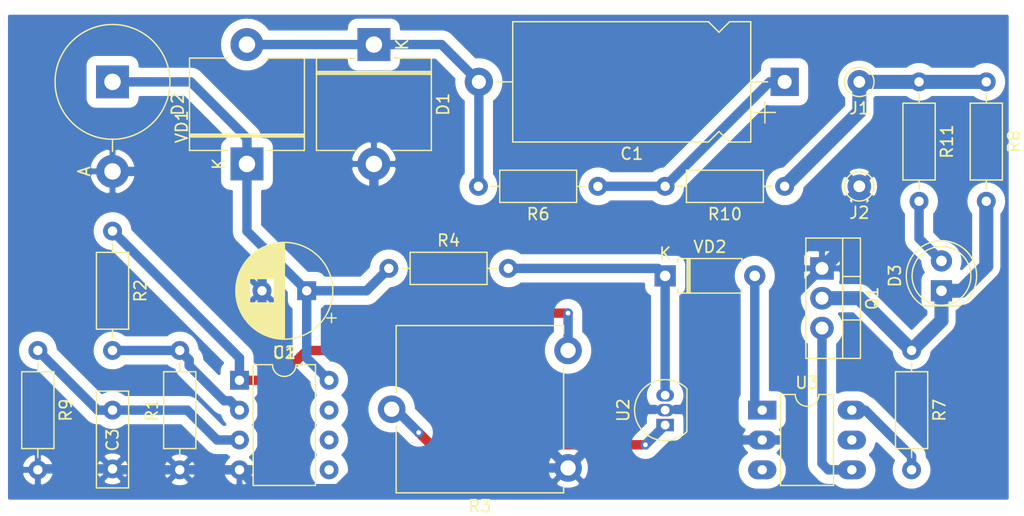
<source format=kicad_pcb>
(kicad_pcb (version 20171130) (host pcbnew 5.1.4-e60b266~84~ubuntu16.04.1)

  (general
    (thickness 1.6)
    (drawings 0)
    (tracks 109)
    (zones 0)
    (modules 24)
    (nets 18)
  )

  (page A4)
  (layers
    (0 F.Cu signal)
    (31 B.Cu signal)
    (32 B.Adhes user)
    (33 F.Adhes user)
    (34 B.Paste user)
    (35 F.Paste user)
    (36 B.SilkS user)
    (37 F.SilkS user)
    (38 B.Mask user)
    (39 F.Mask user)
    (40 Dwgs.User user)
    (41 Cmts.User user)
    (42 Eco1.User user)
    (43 Eco2.User user)
    (44 Edge.Cuts user)
    (45 Margin user)
    (46 B.CrtYd user)
    (47 F.CrtYd user)
    (48 B.Fab user)
    (49 F.Fab user)
  )

  (setup
    (last_trace_width 1.2)
    (user_trace_width 1.2)
    (trace_clearance 0.8)
    (zone_clearance 0.508)
    (zone_45_only no)
    (trace_min 0.8)
    (via_size 1.2)
    (via_drill 0.8)
    (via_min_size 1.2)
    (via_min_drill 0.8)
    (uvia_size 0.3)
    (uvia_drill 0.1)
    (uvias_allowed no)
    (uvia_min_size 0.2)
    (uvia_min_drill 0.1)
    (edge_width 0.05)
    (segment_width 0.2)
    (pcb_text_width 0.3)
    (pcb_text_size 1.5 1.5)
    (mod_edge_width 0.12)
    (mod_text_size 1 1)
    (mod_text_width 0.15)
    (pad_size 1.524 1.524)
    (pad_drill 0.762)
    (pad_to_mask_clearance 0.051)
    (solder_mask_min_width 0.25)
    (aux_axis_origin 0 0)
    (visible_elements FFFFFF7F)
    (pcbplotparams
      (layerselection 0x010fc_ffffffff)
      (usegerberextensions false)
      (usegerberattributes false)
      (usegerberadvancedattributes false)
      (creategerberjobfile false)
      (excludeedgelayer true)
      (linewidth 0.100000)
      (plotframeref false)
      (viasonmask false)
      (mode 1)
      (useauxorigin false)
      (hpglpennumber 1)
      (hpglpenspeed 20)
      (hpglpendiameter 15.000000)
      (psnegative false)
      (psa4output false)
      (plotreference true)
      (plotvalue true)
      (plotinvisibletext false)
      (padsonsilk false)
      (subtractmaskfromsilk false)
      (outputformat 1)
      (mirror false)
      (drillshape 1)
      (scaleselection 1)
      (outputdirectory ""))
  )

  (net 0 "")
  (net 1 "Net-(C1-Pad2)")
  (net 2 "Net-(C1-Pad1)")
  (net 3 GND)
  (net 4 "Net-(C2-Pad1)")
  (net 5 "Net-(C3-Pad1)")
  (net 6 "Net-(D3-Pad2)")
  (net 7 "Net-(D3-Pad1)")
  (net 8 "Net-(J1-Pad1)")
  (net 9 "Net-(Q1-Pad3)")
  (net 10 "Net-(R1-Pad2)")
  (net 11 "Net-(R2-Pad1)")
  (net 12 "Net-(R3-Pad2)")
  (net 13 "Net-(R4-Pad2)")
  (net 14 "Net-(R7-Pad2)")
  (net 15 "Net-(U3-Pad3)")
  (net 16 "Net-(U3-Pad5)")
  (net 17 "Net-(U3-Pad1)")

  (net_class Default "This is the default net class."
    (clearance 0.8)
    (trace_width 0.8)
    (via_dia 1.2)
    (via_drill 0.8)
    (uvia_dia 0.3)
    (uvia_drill 0.1)
    (diff_pair_width 0.8)
    (diff_pair_gap 0.25)
    (add_net GND)
    (add_net "Net-(C1-Pad1)")
    (add_net "Net-(C1-Pad2)")
    (add_net "Net-(C2-Pad1)")
    (add_net "Net-(C3-Pad1)")
    (add_net "Net-(D3-Pad2)")
    (add_net "Net-(Q1-Pad3)")
    (add_net "Net-(R1-Pad2)")
    (add_net "Net-(R2-Pad1)")
    (add_net "Net-(R3-Pad2)")
    (add_net "Net-(R4-Pad2)")
    (add_net "Net-(R7-Pad2)")
    (add_net "Net-(U3-Pad1)")
    (add_net "Net-(U3-Pad3)")
    (add_net "Net-(U3-Pad5)")
  )

  (net_class power ""
    (clearance 0.8)
    (trace_width 1.2)
    (via_dia 1.2)
    (via_drill 0.8)
    (uvia_dia 0.3)
    (uvia_drill 0.1)
    (diff_pair_width 0.8)
    (diff_pair_gap 0.25)
    (add_net "Net-(D3-Pad1)")
    (add_net "Net-(J1-Pad1)")
  )

  (module Diode_THT:D_5KP_P10.16mm_Horizontal (layer F.Cu) (tedit 5AE50CD5) (tstamp 5DB75757)
    (at 50.165 21.59 270)
    (descr "Diode, 5KP series, Axial, Horizontal, pin pitch=10.16mm, , length*diameter=7.62*9.53mm^2, , http://www.diodes.com/_files/packages/8686949.gif")
    (tags "Diode 5KP series Axial Horizontal pin pitch 10.16mm  length 7.62mm diameter 9.53mm")
    (path /5DB56E78)
    (fp_text reference D1 (at 5.08 -5.885 90) (layer F.SilkS)
      (effects (font (size 1 1) (thickness 0.15)))
    )
    (fp_text value D (at 5.08 5.885 90) (layer F.Fab)
      (effects (font (size 1 1) (thickness 0.15)))
    )
    (fp_text user K (at 0 -2.4 90) (layer F.SilkS)
      (effects (font (size 1 1) (thickness 0.15)))
    )
    (fp_text user K (at 0 -2.4 90) (layer F.Fab)
      (effects (font (size 1 1) (thickness 0.15)))
    )
    (fp_text user %R (at 5.6515 0 90) (layer F.Fab)
      (effects (font (size 1 1) (thickness 0.15)))
    )
    (fp_line (start 11.81 -5.02) (end -1.65 -5.02) (layer F.CrtYd) (width 0.05))
    (fp_line (start 11.81 5.02) (end 11.81 -5.02) (layer F.CrtYd) (width 0.05))
    (fp_line (start -1.65 5.02) (end 11.81 5.02) (layer F.CrtYd) (width 0.05))
    (fp_line (start -1.65 -5.02) (end -1.65 5.02) (layer F.CrtYd) (width 0.05))
    (fp_line (start 2.293 -4.885) (end 2.293 4.885) (layer F.SilkS) (width 0.12))
    (fp_line (start 2.533 -4.885) (end 2.533 4.885) (layer F.SilkS) (width 0.12))
    (fp_line (start 2.413 -4.885) (end 2.413 4.885) (layer F.SilkS) (width 0.12))
    (fp_line (start 9.01 4.885) (end 9.01 1.64) (layer F.SilkS) (width 0.12))
    (fp_line (start 1.15 4.885) (end 9.01 4.885) (layer F.SilkS) (width 0.12))
    (fp_line (start 1.15 1.64) (end 1.15 4.885) (layer F.SilkS) (width 0.12))
    (fp_line (start 9.01 -4.885) (end 9.01 -1.64) (layer F.SilkS) (width 0.12))
    (fp_line (start 1.15 -4.885) (end 9.01 -4.885) (layer F.SilkS) (width 0.12))
    (fp_line (start 1.15 -1.64) (end 1.15 -4.885) (layer F.SilkS) (width 0.12))
    (fp_line (start 2.313 -4.765) (end 2.313 4.765) (layer F.Fab) (width 0.1))
    (fp_line (start 2.513 -4.765) (end 2.513 4.765) (layer F.Fab) (width 0.1))
    (fp_line (start 2.413 -4.765) (end 2.413 4.765) (layer F.Fab) (width 0.1))
    (fp_line (start 10.16 0) (end 8.89 0) (layer F.Fab) (width 0.1))
    (fp_line (start 0 0) (end 1.27 0) (layer F.Fab) (width 0.1))
    (fp_line (start 8.89 -4.765) (end 1.27 -4.765) (layer F.Fab) (width 0.1))
    (fp_line (start 8.89 4.765) (end 8.89 -4.765) (layer F.Fab) (width 0.1))
    (fp_line (start 1.27 4.765) (end 8.89 4.765) (layer F.Fab) (width 0.1))
    (fp_line (start 1.27 -4.765) (end 1.27 4.765) (layer F.Fab) (width 0.1))
    (pad 2 thru_hole oval (at 10.16 0 270) (size 2.8 2.8) (drill 1.4) (layers *.Cu *.Mask)
      (net 3 GND))
    (pad 1 thru_hole rect (at 0 0 270) (size 2.8 2.8) (drill 1.4) (layers *.Cu *.Mask)
      (net 1 "Net-(C1-Pad2)"))
    (model ${KISYS3DMOD}/Diode_THT.3dshapes/D_5KP_P10.16mm_Horizontal.wrl
      (at (xyz 0 0 0))
      (scale (xyz 1 1 1))
      (rotate (xyz 0 0 0))
    )
  )

  (module Diode_THT:D_A-405_P7.62mm_Horizontal (layer F.Cu) (tedit 5AE50CD5) (tstamp 5DB75915)
    (at 74.93 41.275)
    (descr "Diode, A-405 series, Axial, Horizontal, pin pitch=7.62mm, , length*diameter=5.2*2.7mm^2, , http://www.diodes.com/_files/packages/A-405.pdf")
    (tags "Diode A-405 series Axial Horizontal pin pitch 7.62mm  length 5.2mm diameter 2.7mm")
    (path /5DB7691F)
    (fp_text reference VD2 (at 3.81 -2.47) (layer F.SilkS)
      (effects (font (size 1 1) (thickness 0.15)))
    )
    (fp_text value 3V (at 3.81 2.47) (layer F.Fab)
      (effects (font (size 1 1) (thickness 0.15)))
    )
    (fp_text user K (at 0 -1.9) (layer F.SilkS)
      (effects (font (size 1 1) (thickness 0.15)))
    )
    (fp_text user K (at 0 -1.9) (layer F.Fab)
      (effects (font (size 1 1) (thickness 0.15)))
    )
    (fp_text user %R (at 4.2 0) (layer F.Fab)
      (effects (font (size 1 1) (thickness 0.15)))
    )
    (fp_line (start 8.77 -1.6) (end -1.15 -1.6) (layer F.CrtYd) (width 0.05))
    (fp_line (start 8.77 1.6) (end 8.77 -1.6) (layer F.CrtYd) (width 0.05))
    (fp_line (start -1.15 1.6) (end 8.77 1.6) (layer F.CrtYd) (width 0.05))
    (fp_line (start -1.15 -1.6) (end -1.15 1.6) (layer F.CrtYd) (width 0.05))
    (fp_line (start 1.87 -1.47) (end 1.87 1.47) (layer F.SilkS) (width 0.12))
    (fp_line (start 2.11 -1.47) (end 2.11 1.47) (layer F.SilkS) (width 0.12))
    (fp_line (start 1.99 -1.47) (end 1.99 1.47) (layer F.SilkS) (width 0.12))
    (fp_line (start 6.53 1.47) (end 6.53 1.14) (layer F.SilkS) (width 0.12))
    (fp_line (start 1.09 1.47) (end 6.53 1.47) (layer F.SilkS) (width 0.12))
    (fp_line (start 1.09 1.14) (end 1.09 1.47) (layer F.SilkS) (width 0.12))
    (fp_line (start 6.53 -1.47) (end 6.53 -1.14) (layer F.SilkS) (width 0.12))
    (fp_line (start 1.09 -1.47) (end 6.53 -1.47) (layer F.SilkS) (width 0.12))
    (fp_line (start 1.09 -1.14) (end 1.09 -1.47) (layer F.SilkS) (width 0.12))
    (fp_line (start 1.89 -1.35) (end 1.89 1.35) (layer F.Fab) (width 0.1))
    (fp_line (start 2.09 -1.35) (end 2.09 1.35) (layer F.Fab) (width 0.1))
    (fp_line (start 1.99 -1.35) (end 1.99 1.35) (layer F.Fab) (width 0.1))
    (fp_line (start 7.62 0) (end 6.41 0) (layer F.Fab) (width 0.1))
    (fp_line (start 0 0) (end 1.21 0) (layer F.Fab) (width 0.1))
    (fp_line (start 6.41 -1.35) (end 1.21 -1.35) (layer F.Fab) (width 0.1))
    (fp_line (start 6.41 1.35) (end 6.41 -1.35) (layer F.Fab) (width 0.1))
    (fp_line (start 1.21 1.35) (end 6.41 1.35) (layer F.Fab) (width 0.1))
    (fp_line (start 1.21 -1.35) (end 1.21 1.35) (layer F.Fab) (width 0.1))
    (pad 2 thru_hole oval (at 7.62 0) (size 1.8 1.8) (drill 0.9) (layers *.Cu *.Mask)
      (net 17 "Net-(U3-Pad1)"))
    (pad 1 thru_hole rect (at 0 0) (size 1.8 1.8) (drill 0.9) (layers *.Cu *.Mask)
      (net 13 "Net-(R4-Pad2)"))
    (model ${KISYS3DMOD}/Diode_THT.3dshapes/D_A-405_P7.62mm_Horizontal.wrl
      (at (xyz 0 0 0))
      (scale (xyz 1 1 1))
      (rotate (xyz 0 0 0))
    )
  )

  (module Diode_THT:D_5KP_P7.62mm_Vertical_AnodeUp (layer F.Cu) (tedit 5AE50CD5) (tstamp 5DB758F6)
    (at 27.94 24.765 270)
    (descr "Diode, 5KP series, Axial, Vertical, pin pitch=7.62mm, , length*diameter=7.62*9.53mm^2, , http://www.diodes.com/_files/packages/8686949.gif")
    (tags "Diode 5KP series Axial Vertical pin pitch 7.62mm  length 7.62mm diameter 9.53mm")
    (path /5DB51B34)
    (fp_text reference VD1 (at 3.81 -5.885 90) (layer F.SilkS)
      (effects (font (size 1 1) (thickness 0.15)))
    )
    (fp_text value кс512 (at 3.81 5.885 90) (layer F.Fab)
      (effects (font (size 1 1) (thickness 0.15)))
    )
    (fp_text user A (at 7.62 2.4 90) (layer F.SilkS)
      (effects (font (size 1 1) (thickness 0.15)))
    )
    (fp_text user A (at 7.62 2.4 90) (layer F.Fab)
      (effects (font (size 1 1) (thickness 0.15)))
    )
    (fp_text user %R (at 0 -1.9 90) (layer F.Fab)
      (effects (font (size 1 1) (thickness 0.15)))
    )
    (fp_line (start 9.27 -5.02) (end -5.02 -5.02) (layer F.CrtYd) (width 0.05))
    (fp_line (start 9.27 5.02) (end 9.27 -5.02) (layer F.CrtYd) (width 0.05))
    (fp_line (start -5.02 5.02) (end 9.27 5.02) (layer F.CrtYd) (width 0.05))
    (fp_line (start -5.02 -5.02) (end -5.02 5.02) (layer F.CrtYd) (width 0.05))
    (fp_line (start 4.885 0) (end 5.92 0) (layer F.SilkS) (width 0.12))
    (fp_line (start 0 0) (end 7.62 0) (layer F.Fab) (width 0.1))
    (fp_circle (center 0 0) (end 4.885 0) (layer F.SilkS) (width 0.12))
    (fp_circle (center 0 0) (end 4.765 0) (layer F.Fab) (width 0.1))
    (pad 2 thru_hole oval (at 7.62 0 270) (size 2.8 2.8) (drill 1.4) (layers *.Cu *.Mask)
      (net 3 GND))
    (pad 1 thru_hole rect (at 0 0 270) (size 2.8 2.8) (drill 1.4) (layers *.Cu *.Mask)
      (net 4 "Net-(C2-Pad1)"))
    (model ${KISYS3DMOD}/Diode_THT.3dshapes/D_5KP_P7.62mm_Vertical_AnodeUp.wrl
      (at (xyz 0 0 0))
      (scale (xyz 1 1 1))
      (rotate (xyz 0 0 0))
    )
  )

  (module Package_DIP:DIP-6_W7.62mm_LongPads (layer F.Cu) (tedit 5A02E8C5) (tstamp 5DB758E5)
    (at 83.185 52.705)
    (descr "6-lead though-hole mounted DIP package, row spacing 7.62 mm (300 mils), LongPads")
    (tags "THT DIP DIL PDIP 2.54mm 7.62mm 300mil LongPads")
    (path /5DB715AD)
    (fp_text reference U3 (at 3.81 -2.33) (layer F.SilkS)
      (effects (font (size 1 1) (thickness 0.15)))
    )
    (fp_text value MOC3062M (at 3.81 7.41) (layer F.Fab)
      (effects (font (size 1 1) (thickness 0.15)))
    )
    (fp_text user %R (at 7.105 6.89) (layer F.Fab)
      (effects (font (size 1 1) (thickness 0.15)))
    )
    (fp_line (start 9.1 -1.55) (end -1.45 -1.55) (layer F.CrtYd) (width 0.05))
    (fp_line (start 9.1 6.6) (end 9.1 -1.55) (layer F.CrtYd) (width 0.05))
    (fp_line (start -1.45 6.6) (end 9.1 6.6) (layer F.CrtYd) (width 0.05))
    (fp_line (start -1.45 -1.55) (end -1.45 6.6) (layer F.CrtYd) (width 0.05))
    (fp_line (start 6.06 -1.33) (end 4.81 -1.33) (layer F.SilkS) (width 0.12))
    (fp_line (start 6.06 6.41) (end 6.06 -1.33) (layer F.SilkS) (width 0.12))
    (fp_line (start 1.56 6.41) (end 6.06 6.41) (layer F.SilkS) (width 0.12))
    (fp_line (start 1.56 -1.33) (end 1.56 6.41) (layer F.SilkS) (width 0.12))
    (fp_line (start 2.81 -1.33) (end 1.56 -1.33) (layer F.SilkS) (width 0.12))
    (fp_line (start 0.635 -0.27) (end 1.635 -1.27) (layer F.Fab) (width 0.1))
    (fp_line (start 0.635 6.35) (end 0.635 -0.27) (layer F.Fab) (width 0.1))
    (fp_line (start 6.985 6.35) (end 0.635 6.35) (layer F.Fab) (width 0.1))
    (fp_line (start 6.985 -1.27) (end 6.985 6.35) (layer F.Fab) (width 0.1))
    (fp_line (start 1.635 -1.27) (end 6.985 -1.27) (layer F.Fab) (width 0.1))
    (fp_arc (start 3.81 -1.33) (end 2.81 -1.33) (angle -180) (layer F.SilkS) (width 0.12))
    (pad 6 thru_hole oval (at 7.62 0) (size 2.4 1.6) (drill 0.8) (layers *.Cu *.Mask)
      (net 14 "Net-(R7-Pad2)"))
    (pad 3 thru_hole oval (at 0 5.08) (size 2.4 1.6) (drill 0.8) (layers *.Cu *.Mask)
      (net 15 "Net-(U3-Pad3)"))
    (pad 5 thru_hole oval (at 7.62 2.54) (size 2.4 1.6) (drill 0.8) (layers *.Cu *.Mask)
      (net 16 "Net-(U3-Pad5)"))
    (pad 2 thru_hole oval (at 0 2.54) (size 2.4 1.6) (drill 0.8) (layers *.Cu *.Mask)
      (net 3 GND))
    (pad 4 thru_hole oval (at 7.62 5.08) (size 2.4 1.6) (drill 0.8) (layers *.Cu *.Mask)
      (net 9 "Net-(Q1-Pad3)"))
    (pad 1 thru_hole rect (at 0 0) (size 2.4 1.6) (drill 0.8) (layers *.Cu *.Mask)
      (net 17 "Net-(U3-Pad1)"))
    (model ${KISYS3DMOD}/Package_DIP.3dshapes/DIP-6_W7.62mm.wrl
      (at (xyz 0 0 0))
      (scale (xyz 1 1 1))
      (rotate (xyz 0 0 0))
    )
  )

  (module Package_TO_SOT_THT:TO-92_Inline (layer F.Cu) (tedit 5A1DD157) (tstamp 5DB758CB)
    (at 74.93 53.975 90)
    (descr "TO-92 leads in-line, narrow, oval pads, drill 0.75mm (see NXP sot054_po.pdf)")
    (tags "to-92 sc-43 sc-43a sot54 PA33 transistor")
    (path /5DB55901)
    (fp_text reference U2 (at 1.27 -3.56 90) (layer F.SilkS)
      (effects (font (size 1 1) (thickness 0.15)))
    )
    (fp_text value TL431LP (at 1.27 2.79 90) (layer F.Fab)
      (effects (font (size 1 1) (thickness 0.15)))
    )
    (fp_arc (start 1.27 0) (end 1.27 -2.6) (angle 135) (layer F.SilkS) (width 0.12))
    (fp_arc (start 1.27 0) (end 1.27 -2.48) (angle -135) (layer F.Fab) (width 0.1))
    (fp_arc (start 1.27 0) (end 1.27 -2.6) (angle -135) (layer F.SilkS) (width 0.12))
    (fp_arc (start 1.27 0) (end 1.27 -2.48) (angle 135) (layer F.Fab) (width 0.1))
    (fp_line (start 4 2.01) (end -1.46 2.01) (layer F.CrtYd) (width 0.05))
    (fp_line (start 4 2.01) (end 4 -2.73) (layer F.CrtYd) (width 0.05))
    (fp_line (start -1.46 -2.73) (end -1.46 2.01) (layer F.CrtYd) (width 0.05))
    (fp_line (start -1.46 -2.73) (end 4 -2.73) (layer F.CrtYd) (width 0.05))
    (fp_line (start -0.5 1.75) (end 3 1.75) (layer F.Fab) (width 0.1))
    (fp_line (start -0.53 1.85) (end 3.07 1.85) (layer F.SilkS) (width 0.12))
    (fp_text user %R (at 1.27 -3.56 90) (layer F.Fab)
      (effects (font (size 1 1) (thickness 0.15)))
    )
    (pad 1 thru_hole rect (at 0 0 90) (size 1.05 1.5) (drill 0.75) (layers *.Cu *.Mask)
      (net 12 "Net-(R3-Pad2)"))
    (pad 3 thru_hole oval (at 2.54 0 90) (size 1.05 1.5) (drill 0.75) (layers *.Cu *.Mask)
      (net 13 "Net-(R4-Pad2)"))
    (pad 2 thru_hole oval (at 1.27 0 90) (size 1.05 1.5) (drill 0.75) (layers *.Cu *.Mask)
      (net 3 GND))
    (model ${KISYS3DMOD}/Package_TO_SOT_THT.3dshapes/TO-92_Inline.wrl
      (at (xyz 0 0 0))
      (scale (xyz 1 1 1))
      (rotate (xyz 0 0 0))
    )
  )

  (module Package_DIP:DIP-8_W7.62mm (layer F.Cu) (tedit 5A02E8C5) (tstamp 5DB758B9)
    (at 38.735 50.165)
    (descr "8-lead though-hole mounted DIP package, row spacing 7.62 mm (300 mils)")
    (tags "THT DIP DIL PDIP 2.54mm 7.62mm 300mil")
    (path /5DB4777C)
    (fp_text reference U1 (at 3.81 -2.33) (layer F.SilkS)
      (effects (font (size 1 1) (thickness 0.15)))
    )
    (fp_text value LM358 (at 3.81 9.95) (layer F.Fab)
      (effects (font (size 1 1) (thickness 0.15)))
    )
    (fp_text user %R (at 1.905 5.08) (layer F.Fab)
      (effects (font (size 1 1) (thickness 0.15)))
    )
    (fp_line (start 8.7 -1.55) (end -1.1 -1.55) (layer F.CrtYd) (width 0.05))
    (fp_line (start 8.7 9.15) (end 8.7 -1.55) (layer F.CrtYd) (width 0.05))
    (fp_line (start -1.1 9.15) (end 8.7 9.15) (layer F.CrtYd) (width 0.05))
    (fp_line (start -1.1 -1.55) (end -1.1 9.15) (layer F.CrtYd) (width 0.05))
    (fp_line (start 6.46 -1.33) (end 4.81 -1.33) (layer F.SilkS) (width 0.12))
    (fp_line (start 6.46 8.95) (end 6.46 -1.33) (layer F.SilkS) (width 0.12))
    (fp_line (start 1.16 8.95) (end 6.46 8.95) (layer F.SilkS) (width 0.12))
    (fp_line (start 1.16 -1.33) (end 1.16 8.95) (layer F.SilkS) (width 0.12))
    (fp_line (start 2.81 -1.33) (end 1.16 -1.33) (layer F.SilkS) (width 0.12))
    (fp_line (start 0.635 -0.27) (end 1.635 -1.27) (layer F.Fab) (width 0.1))
    (fp_line (start 0.635 8.89) (end 0.635 -0.27) (layer F.Fab) (width 0.1))
    (fp_line (start 6.985 8.89) (end 0.635 8.89) (layer F.Fab) (width 0.1))
    (fp_line (start 6.985 -1.27) (end 6.985 8.89) (layer F.Fab) (width 0.1))
    (fp_line (start 1.635 -1.27) (end 6.985 -1.27) (layer F.Fab) (width 0.1))
    (fp_arc (start 3.81 -1.33) (end 2.81 -1.33) (angle -180) (layer F.SilkS) (width 0.12))
    (pad 8 thru_hole oval (at 7.62 0) (size 1.6 1.6) (drill 0.8) (layers *.Cu *.Mask)
      (net 4 "Net-(C2-Pad1)"))
    (pad 4 thru_hole oval (at 0 7.62) (size 1.6 1.6) (drill 0.8) (layers *.Cu *.Mask)
      (net 3 GND))
    (pad 7 thru_hole oval (at 7.62 2.54) (size 1.6 1.6) (drill 0.8) (layers *.Cu *.Mask))
    (pad 3 thru_hole oval (at 0 5.08) (size 1.6 1.6) (drill 0.8) (layers *.Cu *.Mask)
      (net 5 "Net-(C3-Pad1)"))
    (pad 6 thru_hole oval (at 7.62 5.08) (size 1.6 1.6) (drill 0.8) (layers *.Cu *.Mask))
    (pad 2 thru_hole oval (at 0 2.54) (size 1.6 1.6) (drill 0.8) (layers *.Cu *.Mask)
      (net 10 "Net-(R1-Pad2)"))
    (pad 5 thru_hole oval (at 7.62 7.62) (size 1.6 1.6) (drill 0.8) (layers *.Cu *.Mask))
    (pad 1 thru_hole rect (at 0 0) (size 1.6 1.6) (drill 0.8) (layers *.Cu *.Mask)
      (net 11 "Net-(R2-Pad1)"))
    (model ${KISYS3DMOD}/Package_DIP.3dshapes/DIP-8_W7.62mm.wrl
      (at (xyz 0 0 0))
      (scale (xyz 1 1 1))
      (rotate (xyz 0 0 0))
    )
  )

  (module Resistor_THT:R_Axial_DIN0207_L6.3mm_D2.5mm_P10.16mm_Horizontal (layer F.Cu) (tedit 5AE5139B) (tstamp 5DB7589D)
    (at 96.52 24.765 270)
    (descr "Resistor, Axial_DIN0207 series, Axial, Horizontal, pin pitch=10.16mm, 0.25W = 1/4W, length*diameter=6.3*2.5mm^2, http://cdn-reichelt.de/documents/datenblatt/B400/1_4W%23YAG.pdf")
    (tags "Resistor Axial_DIN0207 series Axial Horizontal pin pitch 10.16mm 0.25W = 1/4W length 6.3mm diameter 2.5mm")
    (path /5DB932B5)
    (fp_text reference R11 (at 5.08 -2.37 90) (layer F.SilkS)
      (effects (font (size 1 1) (thickness 0.15)))
    )
    (fp_text value 470k (at 5.08 2.37 90) (layer F.Fab)
      (effects (font (size 1 1) (thickness 0.15)))
    )
    (fp_text user %R (at 5.08 0 90) (layer F.Fab)
      (effects (font (size 1 1) (thickness 0.15)))
    )
    (fp_line (start 11.21 -1.5) (end -1.05 -1.5) (layer F.CrtYd) (width 0.05))
    (fp_line (start 11.21 1.5) (end 11.21 -1.5) (layer F.CrtYd) (width 0.05))
    (fp_line (start -1.05 1.5) (end 11.21 1.5) (layer F.CrtYd) (width 0.05))
    (fp_line (start -1.05 -1.5) (end -1.05 1.5) (layer F.CrtYd) (width 0.05))
    (fp_line (start 9.12 0) (end 8.35 0) (layer F.SilkS) (width 0.12))
    (fp_line (start 1.04 0) (end 1.81 0) (layer F.SilkS) (width 0.12))
    (fp_line (start 8.35 -1.37) (end 1.81 -1.37) (layer F.SilkS) (width 0.12))
    (fp_line (start 8.35 1.37) (end 8.35 -1.37) (layer F.SilkS) (width 0.12))
    (fp_line (start 1.81 1.37) (end 8.35 1.37) (layer F.SilkS) (width 0.12))
    (fp_line (start 1.81 -1.37) (end 1.81 1.37) (layer F.SilkS) (width 0.12))
    (fp_line (start 10.16 0) (end 8.23 0) (layer F.Fab) (width 0.1))
    (fp_line (start 0 0) (end 1.93 0) (layer F.Fab) (width 0.1))
    (fp_line (start 8.23 -1.25) (end 1.93 -1.25) (layer F.Fab) (width 0.1))
    (fp_line (start 8.23 1.25) (end 8.23 -1.25) (layer F.Fab) (width 0.1))
    (fp_line (start 1.93 1.25) (end 8.23 1.25) (layer F.Fab) (width 0.1))
    (fp_line (start 1.93 -1.25) (end 1.93 1.25) (layer F.Fab) (width 0.1))
    (pad 2 thru_hole oval (at 10.16 0 270) (size 1.6 1.6) (drill 0.8) (layers *.Cu *.Mask)
      (net 6 "Net-(D3-Pad2)"))
    (pad 1 thru_hole circle (at 0 0 270) (size 1.6 1.6) (drill 0.8) (layers *.Cu *.Mask)
      (net 8 "Net-(J1-Pad1)"))
    (model ${KISYS3DMOD}/Resistor_THT.3dshapes/R_Axial_DIN0207_L6.3mm_D2.5mm_P10.16mm_Horizontal.wrl
      (at (xyz 0 0 0))
      (scale (xyz 1 1 1))
      (rotate (xyz 0 0 0))
    )
  )

  (module Resistor_THT:R_Axial_DIN0207_L6.3mm_D2.5mm_P10.16mm_Horizontal (layer F.Cu) (tedit 5AE5139B) (tstamp 5DB75886)
    (at 85.09 33.655 180)
    (descr "Resistor, Axial_DIN0207 series, Axial, Horizontal, pin pitch=10.16mm, 0.25W = 1/4W, length*diameter=6.3*2.5mm^2, http://cdn-reichelt.de/documents/datenblatt/B400/1_4W%23YAG.pdf")
    (tags "Resistor Axial_DIN0207 series Axial Horizontal pin pitch 10.16mm 0.25W = 1/4W length 6.3mm diameter 2.5mm")
    (path /5DB926A0)
    (fp_text reference R10 (at 5.08 -2.37) (layer F.SilkS)
      (effects (font (size 1 1) (thickness 0.15)))
    )
    (fp_text value 10 (at 5.08 2.37) (layer F.Fab)
      (effects (font (size 1 1) (thickness 0.15)))
    )
    (fp_text user %R (at 4.405 0.04 180) (layer F.Fab)
      (effects (font (size 1 1) (thickness 0.15)))
    )
    (fp_line (start 11.21 -1.5) (end -1.05 -1.5) (layer F.CrtYd) (width 0.05))
    (fp_line (start 11.21 1.5) (end 11.21 -1.5) (layer F.CrtYd) (width 0.05))
    (fp_line (start -1.05 1.5) (end 11.21 1.5) (layer F.CrtYd) (width 0.05))
    (fp_line (start -1.05 -1.5) (end -1.05 1.5) (layer F.CrtYd) (width 0.05))
    (fp_line (start 9.12 0) (end 8.35 0) (layer F.SilkS) (width 0.12))
    (fp_line (start 1.04 0) (end 1.81 0) (layer F.SilkS) (width 0.12))
    (fp_line (start 8.35 -1.37) (end 1.81 -1.37) (layer F.SilkS) (width 0.12))
    (fp_line (start 8.35 1.37) (end 8.35 -1.37) (layer F.SilkS) (width 0.12))
    (fp_line (start 1.81 1.37) (end 8.35 1.37) (layer F.SilkS) (width 0.12))
    (fp_line (start 1.81 -1.37) (end 1.81 1.37) (layer F.SilkS) (width 0.12))
    (fp_line (start 10.16 0) (end 8.23 0) (layer F.Fab) (width 0.1))
    (fp_line (start 0 0) (end 1.93 0) (layer F.Fab) (width 0.1))
    (fp_line (start 8.23 -1.25) (end 1.93 -1.25) (layer F.Fab) (width 0.1))
    (fp_line (start 8.23 1.25) (end 8.23 -1.25) (layer F.Fab) (width 0.1))
    (fp_line (start 1.93 1.25) (end 8.23 1.25) (layer F.Fab) (width 0.1))
    (fp_line (start 1.93 -1.25) (end 1.93 1.25) (layer F.Fab) (width 0.1))
    (pad 2 thru_hole oval (at 10.16 0 180) (size 1.6 1.6) (drill 0.8) (layers *.Cu *.Mask)
      (net 2 "Net-(C1-Pad1)"))
    (pad 1 thru_hole circle (at 0 0 180) (size 1.6 1.6) (drill 0.8) (layers *.Cu *.Mask)
      (net 8 "Net-(J1-Pad1)"))
    (model ${KISYS3DMOD}/Resistor_THT.3dshapes/R_Axial_DIN0207_L6.3mm_D2.5mm_P10.16mm_Horizontal.wrl
      (at (xyz 0 0 0))
      (scale (xyz 1 1 1))
      (rotate (xyz 0 0 0))
    )
  )

  (module Resistor_THT:R_Axial_DIN0207_L6.3mm_D2.5mm_P10.16mm_Horizontal (layer F.Cu) (tedit 5AE5139B) (tstamp 5DB7586F)
    (at 21.59 47.625 270)
    (descr "Resistor, Axial_DIN0207 series, Axial, Horizontal, pin pitch=10.16mm, 0.25W = 1/4W, length*diameter=6.3*2.5mm^2, http://cdn-reichelt.de/documents/datenblatt/B400/1_4W%23YAG.pdf")
    (tags "Resistor Axial_DIN0207 series Axial Horizontal pin pitch 10.16mm 0.25W = 1/4W length 6.3mm diameter 2.5mm")
    (path /5DB52703)
    (fp_text reference R9 (at 5.08 -2.37 90) (layer F.SilkS)
      (effects (font (size 1 1) (thickness 0.15)))
    )
    (fp_text value 10 (at 5.08 2.37 90) (layer F.Fab)
      (effects (font (size 1 1) (thickness 0.15)))
    )
    (fp_text user %R (at 5.08 0 180) (layer F.Fab)
      (effects (font (size 1 1) (thickness 0.15)))
    )
    (fp_line (start 11.21 -1.5) (end -1.05 -1.5) (layer F.CrtYd) (width 0.05))
    (fp_line (start 11.21 1.5) (end 11.21 -1.5) (layer F.CrtYd) (width 0.05))
    (fp_line (start -1.05 1.5) (end 11.21 1.5) (layer F.CrtYd) (width 0.05))
    (fp_line (start -1.05 -1.5) (end -1.05 1.5) (layer F.CrtYd) (width 0.05))
    (fp_line (start 9.12 0) (end 8.35 0) (layer F.SilkS) (width 0.12))
    (fp_line (start 1.04 0) (end 1.81 0) (layer F.SilkS) (width 0.12))
    (fp_line (start 8.35 -1.37) (end 1.81 -1.37) (layer F.SilkS) (width 0.12))
    (fp_line (start 8.35 1.37) (end 8.35 -1.37) (layer F.SilkS) (width 0.12))
    (fp_line (start 1.81 1.37) (end 8.35 1.37) (layer F.SilkS) (width 0.12))
    (fp_line (start 1.81 -1.37) (end 1.81 1.37) (layer F.SilkS) (width 0.12))
    (fp_line (start 10.16 0) (end 8.23 0) (layer F.Fab) (width 0.1))
    (fp_line (start 0 0) (end 1.93 0) (layer F.Fab) (width 0.1))
    (fp_line (start 8.23 -1.25) (end 1.93 -1.25) (layer F.Fab) (width 0.1))
    (fp_line (start 8.23 1.25) (end 8.23 -1.25) (layer F.Fab) (width 0.1))
    (fp_line (start 1.93 1.25) (end 8.23 1.25) (layer F.Fab) (width 0.1))
    (fp_line (start 1.93 -1.25) (end 1.93 1.25) (layer F.Fab) (width 0.1))
    (pad 2 thru_hole oval (at 10.16 0 270) (size 1.6 1.6) (drill 0.8) (layers *.Cu *.Mask)
      (net 3 GND))
    (pad 1 thru_hole circle (at 0 0 270) (size 1.6 1.6) (drill 0.8) (layers *.Cu *.Mask)
      (net 5 "Net-(C3-Pad1)"))
    (model ${KISYS3DMOD}/Resistor_THT.3dshapes/R_Axial_DIN0207_L6.3mm_D2.5mm_P10.16mm_Horizontal.wrl
      (at (xyz 0 0 0))
      (scale (xyz 1 1 1))
      (rotate (xyz 0 0 0))
    )
  )

  (module Resistor_THT:R_Axial_DIN0207_L6.3mm_D2.5mm_P10.16mm_Horizontal (layer F.Cu) (tedit 5AE5139B) (tstamp 5DB75858)
    (at 102.235 24.765 270)
    (descr "Resistor, Axial_DIN0207 series, Axial, Horizontal, pin pitch=10.16mm, 0.25W = 1/4W, length*diameter=6.3*2.5mm^2, http://cdn-reichelt.de/documents/datenblatt/B400/1_4W%23YAG.pdf")
    (tags "Resistor Axial_DIN0207 series Axial Horizontal pin pitch 10.16mm 0.25W = 1/4W length 6.3mm diameter 2.5mm")
    (path /5DB8A55F)
    (fp_text reference R8 (at 5.08 -2.37 90) (layer F.SilkS)
      (effects (font (size 1 1) (thickness 0.15)))
    )
    (fp_text value Heater (at 5.08 2.37 90) (layer F.Fab)
      (effects (font (size 1 1) (thickness 0.15)))
    )
    (fp_text user %R (at 5.08 0 90) (layer F.Fab)
      (effects (font (size 1 1) (thickness 0.15)))
    )
    (fp_line (start 11.21 -1.5) (end -1.05 -1.5) (layer F.CrtYd) (width 0.05))
    (fp_line (start 11.21 1.5) (end 11.21 -1.5) (layer F.CrtYd) (width 0.05))
    (fp_line (start -1.05 1.5) (end 11.21 1.5) (layer F.CrtYd) (width 0.05))
    (fp_line (start -1.05 -1.5) (end -1.05 1.5) (layer F.CrtYd) (width 0.05))
    (fp_line (start 9.12 0) (end 8.35 0) (layer F.SilkS) (width 0.12))
    (fp_line (start 1.04 0) (end 1.81 0) (layer F.SilkS) (width 0.12))
    (fp_line (start 8.35 -1.37) (end 1.81 -1.37) (layer F.SilkS) (width 0.12))
    (fp_line (start 8.35 1.37) (end 8.35 -1.37) (layer F.SilkS) (width 0.12))
    (fp_line (start 1.81 1.37) (end 8.35 1.37) (layer F.SilkS) (width 0.12))
    (fp_line (start 1.81 -1.37) (end 1.81 1.37) (layer F.SilkS) (width 0.12))
    (fp_line (start 10.16 0) (end 8.23 0) (layer F.Fab) (width 0.1))
    (fp_line (start 0 0) (end 1.93 0) (layer F.Fab) (width 0.1))
    (fp_line (start 8.23 -1.25) (end 1.93 -1.25) (layer F.Fab) (width 0.1))
    (fp_line (start 8.23 1.25) (end 8.23 -1.25) (layer F.Fab) (width 0.1))
    (fp_line (start 1.93 1.25) (end 8.23 1.25) (layer F.Fab) (width 0.1))
    (fp_line (start 1.93 -1.25) (end 1.93 1.25) (layer F.Fab) (width 0.1))
    (pad 2 thru_hole oval (at 10.16 0 270) (size 1.6 1.6) (drill 0.8) (layers *.Cu *.Mask)
      (net 7 "Net-(D3-Pad1)"))
    (pad 1 thru_hole circle (at 0 0 270) (size 1.6 1.6) (drill 0.8) (layers *.Cu *.Mask)
      (net 8 "Net-(J1-Pad1)"))
    (model ${KISYS3DMOD}/Resistor_THT.3dshapes/R_Axial_DIN0207_L6.3mm_D2.5mm_P10.16mm_Horizontal.wrl
      (at (xyz 0 0 0))
      (scale (xyz 1 1 1))
      (rotate (xyz 0 0 0))
    )
  )

  (module Resistor_THT:R_Axial_DIN0207_L6.3mm_D2.5mm_P10.16mm_Horizontal (layer F.Cu) (tedit 5AE5139B) (tstamp 5DB75841)
    (at 95.885 47.625 270)
    (descr "Resistor, Axial_DIN0207 series, Axial, Horizontal, pin pitch=10.16mm, 0.25W = 1/4W, length*diameter=6.3*2.5mm^2, http://cdn-reichelt.de/documents/datenblatt/B400/1_4W%23YAG.pdf")
    (tags "Resistor Axial_DIN0207 series Axial Horizontal pin pitch 10.16mm 0.25W = 1/4W length 6.3mm diameter 2.5mm")
    (path /5DB79F77)
    (fp_text reference R7 (at 5.08 -2.37 90) (layer F.SilkS)
      (effects (font (size 1 1) (thickness 0.15)))
    )
    (fp_text value 10k (at 5.08 2.37 90) (layer F.Fab)
      (effects (font (size 1 1) (thickness 0.15)))
    )
    (fp_text user %R (at 5.08 0 90) (layer F.Fab)
      (effects (font (size 1 1) (thickness 0.15)))
    )
    (fp_line (start 11.21 -1.5) (end -1.05 -1.5) (layer F.CrtYd) (width 0.05))
    (fp_line (start 11.21 1.5) (end 11.21 -1.5) (layer F.CrtYd) (width 0.05))
    (fp_line (start -1.05 1.5) (end 11.21 1.5) (layer F.CrtYd) (width 0.05))
    (fp_line (start -1.05 -1.5) (end -1.05 1.5) (layer F.CrtYd) (width 0.05))
    (fp_line (start 9.12 0) (end 8.35 0) (layer F.SilkS) (width 0.12))
    (fp_line (start 1.04 0) (end 1.81 0) (layer F.SilkS) (width 0.12))
    (fp_line (start 8.35 -1.37) (end 1.81 -1.37) (layer F.SilkS) (width 0.12))
    (fp_line (start 8.35 1.37) (end 8.35 -1.37) (layer F.SilkS) (width 0.12))
    (fp_line (start 1.81 1.37) (end 8.35 1.37) (layer F.SilkS) (width 0.12))
    (fp_line (start 1.81 -1.37) (end 1.81 1.37) (layer F.SilkS) (width 0.12))
    (fp_line (start 10.16 0) (end 8.23 0) (layer F.Fab) (width 0.1))
    (fp_line (start 0 0) (end 1.93 0) (layer F.Fab) (width 0.1))
    (fp_line (start 8.23 -1.25) (end 1.93 -1.25) (layer F.Fab) (width 0.1))
    (fp_line (start 8.23 1.25) (end 8.23 -1.25) (layer F.Fab) (width 0.1))
    (fp_line (start 1.93 1.25) (end 8.23 1.25) (layer F.Fab) (width 0.1))
    (fp_line (start 1.93 -1.25) (end 1.93 1.25) (layer F.Fab) (width 0.1))
    (pad 2 thru_hole oval (at 10.16 0 270) (size 1.6 1.6) (drill 0.8) (layers *.Cu *.Mask)
      (net 14 "Net-(R7-Pad2)"))
    (pad 1 thru_hole circle (at 0 0 270) (size 1.6 1.6) (drill 0.8) (layers *.Cu *.Mask)
      (net 7 "Net-(D3-Pad1)"))
    (model ${KISYS3DMOD}/Resistor_THT.3dshapes/R_Axial_DIN0207_L6.3mm_D2.5mm_P10.16mm_Horizontal.wrl
      (at (xyz 0 0 0))
      (scale (xyz 1 1 1))
      (rotate (xyz 0 0 0))
    )
  )

  (module Resistor_THT:R_Axial_DIN0207_L6.3mm_D2.5mm_P10.16mm_Horizontal (layer F.Cu) (tedit 5AE5139B) (tstamp 5DB7582A)
    (at 69.215 33.655 180)
    (descr "Resistor, Axial_DIN0207 series, Axial, Horizontal, pin pitch=10.16mm, 0.25W = 1/4W, length*diameter=6.3*2.5mm^2, http://cdn-reichelt.de/documents/datenblatt/B400/1_4W%23YAG.pdf")
    (tags "Resistor Axial_DIN0207 series Axial Horizontal pin pitch 10.16mm 0.25W = 1/4W length 6.3mm diameter 2.5mm")
    (path /5DB57F5B)
    (fp_text reference R6 (at 5.08 -2.37) (layer F.SilkS)
      (effects (font (size 1 1) (thickness 0.15)))
    )
    (fp_text value 1M (at 5.08 2.37) (layer F.Fab)
      (effects (font (size 1 1) (thickness 0.15)))
    )
    (fp_text user %R (at 5.08 0) (layer F.Fab)
      (effects (font (size 1 1) (thickness 0.15)))
    )
    (fp_line (start 11.21 -1.5) (end -1.05 -1.5) (layer F.CrtYd) (width 0.05))
    (fp_line (start 11.21 1.5) (end 11.21 -1.5) (layer F.CrtYd) (width 0.05))
    (fp_line (start -1.05 1.5) (end 11.21 1.5) (layer F.CrtYd) (width 0.05))
    (fp_line (start -1.05 -1.5) (end -1.05 1.5) (layer F.CrtYd) (width 0.05))
    (fp_line (start 9.12 0) (end 8.35 0) (layer F.SilkS) (width 0.12))
    (fp_line (start 1.04 0) (end 1.81 0) (layer F.SilkS) (width 0.12))
    (fp_line (start 8.35 -1.37) (end 1.81 -1.37) (layer F.SilkS) (width 0.12))
    (fp_line (start 8.35 1.37) (end 8.35 -1.37) (layer F.SilkS) (width 0.12))
    (fp_line (start 1.81 1.37) (end 8.35 1.37) (layer F.SilkS) (width 0.12))
    (fp_line (start 1.81 -1.37) (end 1.81 1.37) (layer F.SilkS) (width 0.12))
    (fp_line (start 10.16 0) (end 8.23 0) (layer F.Fab) (width 0.1))
    (fp_line (start 0 0) (end 1.93 0) (layer F.Fab) (width 0.1))
    (fp_line (start 8.23 -1.25) (end 1.93 -1.25) (layer F.Fab) (width 0.1))
    (fp_line (start 8.23 1.25) (end 8.23 -1.25) (layer F.Fab) (width 0.1))
    (fp_line (start 1.93 1.25) (end 8.23 1.25) (layer F.Fab) (width 0.1))
    (fp_line (start 1.93 -1.25) (end 1.93 1.25) (layer F.Fab) (width 0.1))
    (pad 2 thru_hole oval (at 10.16 0 180) (size 1.6 1.6) (drill 0.8) (layers *.Cu *.Mask)
      (net 1 "Net-(C1-Pad2)"))
    (pad 1 thru_hole circle (at 0 0 180) (size 1.6 1.6) (drill 0.8) (layers *.Cu *.Mask)
      (net 2 "Net-(C1-Pad1)"))
    (model ${KISYS3DMOD}/Resistor_THT.3dshapes/R_Axial_DIN0207_L6.3mm_D2.5mm_P10.16mm_Horizontal.wrl
      (at (xyz 0 0 0))
      (scale (xyz 1 1 1))
      (rotate (xyz 0 0 0))
    )
  )

  (module Resistor_THT:R_Axial_DIN0207_L6.3mm_D2.5mm_P10.16mm_Horizontal (layer F.Cu) (tedit 5AE5139B) (tstamp 5DB75813)
    (at 51.435 40.64)
    (descr "Resistor, Axial_DIN0207 series, Axial, Horizontal, pin pitch=10.16mm, 0.25W = 1/4W, length*diameter=6.3*2.5mm^2, http://cdn-reichelt.de/documents/datenblatt/B400/1_4W%23YAG.pdf")
    (tags "Resistor Axial_DIN0207 series Axial Horizontal pin pitch 10.16mm 0.25W = 1/4W length 6.3mm diameter 2.5mm")
    (path /5DB54F96)
    (fp_text reference R4 (at 5.08 -2.37) (layer F.SilkS)
      (effects (font (size 1 1) (thickness 0.15)))
    )
    (fp_text value 1k (at 5.08 2.37) (layer F.Fab)
      (effects (font (size 1 1) (thickness 0.15)))
    )
    (fp_text user %R (at 5.08 0) (layer F.Fab)
      (effects (font (size 1 1) (thickness 0.15)))
    )
    (fp_line (start 11.21 -1.5) (end -1.05 -1.5) (layer F.CrtYd) (width 0.05))
    (fp_line (start 11.21 1.5) (end 11.21 -1.5) (layer F.CrtYd) (width 0.05))
    (fp_line (start -1.05 1.5) (end 11.21 1.5) (layer F.CrtYd) (width 0.05))
    (fp_line (start -1.05 -1.5) (end -1.05 1.5) (layer F.CrtYd) (width 0.05))
    (fp_line (start 9.12 0) (end 8.35 0) (layer F.SilkS) (width 0.12))
    (fp_line (start 1.04 0) (end 1.81 0) (layer F.SilkS) (width 0.12))
    (fp_line (start 8.35 -1.37) (end 1.81 -1.37) (layer F.SilkS) (width 0.12))
    (fp_line (start 8.35 1.37) (end 8.35 -1.37) (layer F.SilkS) (width 0.12))
    (fp_line (start 1.81 1.37) (end 8.35 1.37) (layer F.SilkS) (width 0.12))
    (fp_line (start 1.81 -1.37) (end 1.81 1.37) (layer F.SilkS) (width 0.12))
    (fp_line (start 10.16 0) (end 8.23 0) (layer F.Fab) (width 0.1))
    (fp_line (start 0 0) (end 1.93 0) (layer F.Fab) (width 0.1))
    (fp_line (start 8.23 -1.25) (end 1.93 -1.25) (layer F.Fab) (width 0.1))
    (fp_line (start 8.23 1.25) (end 8.23 -1.25) (layer F.Fab) (width 0.1))
    (fp_line (start 1.93 1.25) (end 8.23 1.25) (layer F.Fab) (width 0.1))
    (fp_line (start 1.93 -1.25) (end 1.93 1.25) (layer F.Fab) (width 0.1))
    (pad 2 thru_hole oval (at 10.16 0) (size 1.6 1.6) (drill 0.8) (layers *.Cu *.Mask)
      (net 13 "Net-(R4-Pad2)"))
    (pad 1 thru_hole circle (at 0 0) (size 1.6 1.6) (drill 0.8) (layers *.Cu *.Mask)
      (net 4 "Net-(C2-Pad1)"))
    (model ${KISYS3DMOD}/Resistor_THT.3dshapes/R_Axial_DIN0207_L6.3mm_D2.5mm_P10.16mm_Horizontal.wrl
      (at (xyz 0 0 0))
      (scale (xyz 1 1 1))
      (rotate (xyz 0 0 0))
    )
  )

  (module Potentiometer_THT:Potentiometer_ACP_CA14V-15_Vertical (layer F.Cu) (tedit 5A3D4994) (tstamp 5DB757FC)
    (at 66.675 47.625 180)
    (descr "Potentiometer, vertical, ACP CA14V-15, http://www.acptechnologies.com/wp-content/uploads/2017/10/03-ACP-CA14-CE14.pdf")
    (tags "Potentiometer vertical ACP CA14V-15")
    (path /5DB547A5)
    (fp_text reference R3 (at 7.5 -13.25) (layer F.SilkS)
      (effects (font (size 1 1) (thickness 0.15)))
    )
    (fp_text value 20k (at 7.5 3.25) (layer F.Fab)
      (effects (font (size 1 1) (thickness 0.15)))
    )
    (fp_text user %R (at 1.5 -5 90) (layer F.Fab)
      (effects (font (size 1 1) (thickness 0.15)))
    )
    (fp_line (start 16.45 -12.25) (end -1.45 -12.25) (layer F.CrtYd) (width 0.05))
    (fp_line (start 16.45 2.25) (end 16.45 -12.25) (layer F.CrtYd) (width 0.05))
    (fp_line (start -1.45 2.25) (end 16.45 2.25) (layer F.CrtYd) (width 0.05))
    (fp_line (start -1.45 -12.25) (end -1.45 2.25) (layer F.CrtYd) (width 0.05))
    (fp_line (start 14.62 -3.575) (end 14.62 2.12) (layer F.SilkS) (width 0.12))
    (fp_line (start 14.62 -12.12) (end 14.62 -6.425) (layer F.SilkS) (width 0.12))
    (fp_line (start 0.38 1.425) (end 0.38 2.12) (layer F.SilkS) (width 0.12))
    (fp_line (start 0.38 -8.574) (end 0.38 -1.425) (layer F.SilkS) (width 0.12))
    (fp_line (start 0.38 -12.12) (end 0.38 -11.426) (layer F.SilkS) (width 0.12))
    (fp_line (start 0.38 2.12) (end 14.62 2.12) (layer F.SilkS) (width 0.12))
    (fp_line (start 0.38 -12.12) (end 14.62 -12.12) (layer F.SilkS) (width 0.12))
    (fp_line (start 14.5 -12) (end 0.5 -12) (layer F.Fab) (width 0.1))
    (fp_line (start 14.5 2) (end 14.5 -12) (layer F.Fab) (width 0.1))
    (fp_line (start 0.5 2) (end 14.5 2) (layer F.Fab) (width 0.1))
    (fp_line (start 0.5 -12) (end 0.5 2) (layer F.Fab) (width 0.1))
    (fp_circle (center 7.5 -5) (end 10 -5) (layer F.Fab) (width 0.1))
    (pad 1 thru_hole circle (at 0 0 180) (size 2.34 2.34) (drill 1.3) (layers *.Cu *.Mask)
      (net 11 "Net-(R2-Pad1)"))
    (pad 2 thru_hole circle (at 15 -5 180) (size 2.34 2.34) (drill 1.3) (layers *.Cu *.Mask)
      (net 12 "Net-(R3-Pad2)"))
    (pad 3 thru_hole circle (at 0 -10 180) (size 2.34 2.34) (drill 1.3) (layers *.Cu *.Mask)
      (net 3 GND))
    (model ${KISYS3DMOD}/Potentiometer_THT.3dshapes/Potentiometer_ACP_CA14V-15_Vertical.wrl
      (at (xyz 0 0 0))
      (scale (xyz 1 1 1))
      (rotate (xyz 0 0 0))
    )
  )

  (module Resistor_THT:R_Axial_DIN0207_L6.3mm_D2.5mm_P10.16mm_Horizontal (layer F.Cu) (tedit 5AE5139B) (tstamp 5DB757E4)
    (at 27.94 37.465 270)
    (descr "Resistor, Axial_DIN0207 series, Axial, Horizontal, pin pitch=10.16mm, 0.25W = 1/4W, length*diameter=6.3*2.5mm^2, http://cdn-reichelt.de/documents/datenblatt/B400/1_4W%23YAG.pdf")
    (tags "Resistor Axial_DIN0207 series Axial Horizontal pin pitch 10.16mm 0.25W = 1/4W length 6.3mm diameter 2.5mm")
    (path /5DB53C71)
    (fp_text reference R2 (at 5.08 -2.37 90) (layer F.SilkS)
      (effects (font (size 1 1) (thickness 0.15)))
    )
    (fp_text value 1M (at 5.08 2.37 90) (layer F.Fab)
      (effects (font (size 1 1) (thickness 0.15)))
    )
    (fp_text user %R (at 5.08 0 90) (layer F.Fab)
      (effects (font (size 1 1) (thickness 0.15)))
    )
    (fp_line (start 11.21 -1.5) (end -1.05 -1.5) (layer F.CrtYd) (width 0.05))
    (fp_line (start 11.21 1.5) (end 11.21 -1.5) (layer F.CrtYd) (width 0.05))
    (fp_line (start -1.05 1.5) (end 11.21 1.5) (layer F.CrtYd) (width 0.05))
    (fp_line (start -1.05 -1.5) (end -1.05 1.5) (layer F.CrtYd) (width 0.05))
    (fp_line (start 9.12 0) (end 8.35 0) (layer F.SilkS) (width 0.12))
    (fp_line (start 1.04 0) (end 1.81 0) (layer F.SilkS) (width 0.12))
    (fp_line (start 8.35 -1.37) (end 1.81 -1.37) (layer F.SilkS) (width 0.12))
    (fp_line (start 8.35 1.37) (end 8.35 -1.37) (layer F.SilkS) (width 0.12))
    (fp_line (start 1.81 1.37) (end 8.35 1.37) (layer F.SilkS) (width 0.12))
    (fp_line (start 1.81 -1.37) (end 1.81 1.37) (layer F.SilkS) (width 0.12))
    (fp_line (start 10.16 0) (end 8.23 0) (layer F.Fab) (width 0.1))
    (fp_line (start 0 0) (end 1.93 0) (layer F.Fab) (width 0.1))
    (fp_line (start 8.23 -1.25) (end 1.93 -1.25) (layer F.Fab) (width 0.1))
    (fp_line (start 8.23 1.25) (end 8.23 -1.25) (layer F.Fab) (width 0.1))
    (fp_line (start 1.93 1.25) (end 8.23 1.25) (layer F.Fab) (width 0.1))
    (fp_line (start 1.93 -1.25) (end 1.93 1.25) (layer F.Fab) (width 0.1))
    (pad 2 thru_hole oval (at 10.16 0 270) (size 1.6 1.6) (drill 0.8) (layers *.Cu *.Mask)
      (net 10 "Net-(R1-Pad2)"))
    (pad 1 thru_hole circle (at 0 0 270) (size 1.6 1.6) (drill 0.8) (layers *.Cu *.Mask)
      (net 11 "Net-(R2-Pad1)"))
    (model ${KISYS3DMOD}/Resistor_THT.3dshapes/R_Axial_DIN0207_L6.3mm_D2.5mm_P10.16mm_Horizontal.wrl
      (at (xyz 0 0 0))
      (scale (xyz 1 1 1))
      (rotate (xyz 0 0 0))
    )
  )

  (module Resistor_THT:R_Axial_DIN0207_L6.3mm_D2.5mm_P10.16mm_Horizontal (layer F.Cu) (tedit 5AE5139B) (tstamp 5DB757CD)
    (at 33.655 57.785 90)
    (descr "Resistor, Axial_DIN0207 series, Axial, Horizontal, pin pitch=10.16mm, 0.25W = 1/4W, length*diameter=6.3*2.5mm^2, http://cdn-reichelt.de/documents/datenblatt/B400/1_4W%23YAG.pdf")
    (tags "Resistor Axial_DIN0207 series Axial Horizontal pin pitch 10.16mm 0.25W = 1/4W length 6.3mm diameter 2.5mm")
    (path /5DB537A0)
    (fp_text reference R1 (at 5.08 -2.37 90) (layer F.SilkS)
      (effects (font (size 1 1) (thickness 0.15)))
    )
    (fp_text value 1.5k (at 5.08 2.37 90) (layer F.Fab)
      (effects (font (size 1 1) (thickness 0.15)))
    )
    (fp_text user %R (at 5.08 0 90) (layer F.Fab)
      (effects (font (size 1 1) (thickness 0.15)))
    )
    (fp_line (start 11.21 -1.5) (end -1.05 -1.5) (layer F.CrtYd) (width 0.05))
    (fp_line (start 11.21 1.5) (end 11.21 -1.5) (layer F.CrtYd) (width 0.05))
    (fp_line (start -1.05 1.5) (end 11.21 1.5) (layer F.CrtYd) (width 0.05))
    (fp_line (start -1.05 -1.5) (end -1.05 1.5) (layer F.CrtYd) (width 0.05))
    (fp_line (start 9.12 0) (end 8.35 0) (layer F.SilkS) (width 0.12))
    (fp_line (start 1.04 0) (end 1.81 0) (layer F.SilkS) (width 0.12))
    (fp_line (start 8.35 -1.37) (end 1.81 -1.37) (layer F.SilkS) (width 0.12))
    (fp_line (start 8.35 1.37) (end 8.35 -1.37) (layer F.SilkS) (width 0.12))
    (fp_line (start 1.81 1.37) (end 8.35 1.37) (layer F.SilkS) (width 0.12))
    (fp_line (start 1.81 -1.37) (end 1.81 1.37) (layer F.SilkS) (width 0.12))
    (fp_line (start 10.16 0) (end 8.23 0) (layer F.Fab) (width 0.1))
    (fp_line (start 0 0) (end 1.93 0) (layer F.Fab) (width 0.1))
    (fp_line (start 8.23 -1.25) (end 1.93 -1.25) (layer F.Fab) (width 0.1))
    (fp_line (start 8.23 1.25) (end 8.23 -1.25) (layer F.Fab) (width 0.1))
    (fp_line (start 1.93 1.25) (end 8.23 1.25) (layer F.Fab) (width 0.1))
    (fp_line (start 1.93 -1.25) (end 1.93 1.25) (layer F.Fab) (width 0.1))
    (pad 2 thru_hole oval (at 10.16 0 90) (size 1.6 1.6) (drill 0.8) (layers *.Cu *.Mask)
      (net 10 "Net-(R1-Pad2)"))
    (pad 1 thru_hole circle (at 0 0 90) (size 1.6 1.6) (drill 0.8) (layers *.Cu *.Mask)
      (net 3 GND))
    (model ${KISYS3DMOD}/Resistor_THT.3dshapes/R_Axial_DIN0207_L6.3mm_D2.5mm_P10.16mm_Horizontal.wrl
      (at (xyz 0 0 0))
      (scale (xyz 1 1 1))
      (rotate (xyz 0 0 0))
    )
  )

  (module Package_TO_SOT_THT:TO-220-3_Vertical (layer F.Cu) (tedit 5AC8BA0D) (tstamp 5DB757B6)
    (at 88.265 40.64 270)
    (descr "TO-220-3, Vertical, RM 2.54mm, see https://www.vishay.com/docs/66542/to-220-1.pdf")
    (tags "TO-220-3 Vertical RM 2.54mm")
    (path /5DB782DF)
    (fp_text reference Q1 (at 2.54 -4.27 90) (layer F.SilkS)
      (effects (font (size 1 1) (thickness 0.15)))
    )
    (fp_text value BT136-600 (at 2.54 2.5 90) (layer F.Fab)
      (effects (font (size 1 1) (thickness 0.15)))
    )
    (fp_text user %R (at 2.54 -4.27 90) (layer F.Fab)
      (effects (font (size 1 1) (thickness 0.15)))
    )
    (fp_line (start 7.79 -3.4) (end -2.71 -3.4) (layer F.CrtYd) (width 0.05))
    (fp_line (start 7.79 1.51) (end 7.79 -3.4) (layer F.CrtYd) (width 0.05))
    (fp_line (start -2.71 1.51) (end 7.79 1.51) (layer F.CrtYd) (width 0.05))
    (fp_line (start -2.71 -3.4) (end -2.71 1.51) (layer F.CrtYd) (width 0.05))
    (fp_line (start 4.391 -3.27) (end 4.391 -1.76) (layer F.SilkS) (width 0.12))
    (fp_line (start 0.69 -3.27) (end 0.69 -1.76) (layer F.SilkS) (width 0.12))
    (fp_line (start -2.58 -1.76) (end 7.66 -1.76) (layer F.SilkS) (width 0.12))
    (fp_line (start 7.66 -3.27) (end 7.66 1.371) (layer F.SilkS) (width 0.12))
    (fp_line (start -2.58 -3.27) (end -2.58 1.371) (layer F.SilkS) (width 0.12))
    (fp_line (start -2.58 1.371) (end 7.66 1.371) (layer F.SilkS) (width 0.12))
    (fp_line (start -2.58 -3.27) (end 7.66 -3.27) (layer F.SilkS) (width 0.12))
    (fp_line (start 4.39 -3.15) (end 4.39 -1.88) (layer F.Fab) (width 0.1))
    (fp_line (start 0.69 -3.15) (end 0.69 -1.88) (layer F.Fab) (width 0.1))
    (fp_line (start -2.46 -1.88) (end 7.54 -1.88) (layer F.Fab) (width 0.1))
    (fp_line (start 7.54 -3.15) (end -2.46 -3.15) (layer F.Fab) (width 0.1))
    (fp_line (start 7.54 1.25) (end 7.54 -3.15) (layer F.Fab) (width 0.1))
    (fp_line (start -2.46 1.25) (end 7.54 1.25) (layer F.Fab) (width 0.1))
    (fp_line (start -2.46 -3.15) (end -2.46 1.25) (layer F.Fab) (width 0.1))
    (pad 3 thru_hole oval (at 5.08 0 270) (size 1.905 2) (drill 1.1) (layers *.Cu *.Mask)
      (net 9 "Net-(Q1-Pad3)"))
    (pad 2 thru_hole oval (at 2.54 0 270) (size 1.905 2) (drill 1.1) (layers *.Cu *.Mask)
      (net 7 "Net-(D3-Pad1)"))
    (pad 1 thru_hole rect (at 0 0 270) (size 1.905 2) (drill 1.1) (layers *.Cu *.Mask)
      (net 3 GND))
    (model ${KISYS3DMOD}/Package_TO_SOT_THT.3dshapes/TO-220-3_Vertical.wrl
      (at (xyz 0 0 0))
      (scale (xyz 1 1 1))
      (rotate (xyz 0 0 0))
    )
  )

  (module Connector_Pin:Pin_D1.0mm_L10.0mm (layer F.Cu) (tedit 5A1DC084) (tstamp 5DB7579C)
    (at 91.44 33.655)
    (descr "solder Pin_ diameter 1.0mm, hole diameter 1.0mm (press fit), length 10.0mm")
    (tags "solder Pin_ press fit")
    (path /5DB6E2CD)
    (fp_text reference J2 (at 0 2.25) (layer F.SilkS)
      (effects (font (size 1 1) (thickness 0.15)))
    )
    (fp_text value Conn_01x01 (at 0 -2.05) (layer F.Fab)
      (effects (font (size 1 1) (thickness 0.15)))
    )
    (fp_circle (center 0 0) (end 1.25 0.05) (layer F.SilkS) (width 0.12))
    (fp_circle (center 0 0) (end 1 0) (layer F.Fab) (width 0.12))
    (fp_circle (center 0 0) (end 0.5 0) (layer F.Fab) (width 0.12))
    (fp_circle (center 0 0) (end 1.5 0) (layer F.CrtYd) (width 0.05))
    (fp_text user %R (at 0 2.25) (layer F.Fab)
      (effects (font (size 1 1) (thickness 0.15)))
    )
    (pad 1 thru_hole circle (at 0 0) (size 2 2) (drill 1) (layers *.Cu *.Mask)
      (net 3 GND))
    (model ${KISYS3DMOD}/Connector_Pin.3dshapes/Pin_D1.0mm_L10.0mm.wrl
      (at (xyz 0 0 0))
      (scale (xyz 1 1 1))
      (rotate (xyz 0 0 0))
    )
  )

  (module Connector_Pin:Pin_D1.0mm_L10.0mm (layer F.Cu) (tedit 5A1DC084) (tstamp 5DB75792)
    (at 91.44 24.765)
    (descr "solder Pin_ diameter 1.0mm, hole diameter 1.0mm (press fit), length 10.0mm")
    (tags "solder Pin_ press fit")
    (path /5DB6D3DD)
    (fp_text reference J1 (at 0 2.25) (layer F.SilkS)
      (effects (font (size 1 1) (thickness 0.15)))
    )
    (fp_text value Conn_01x01 (at 0 -2.05) (layer F.Fab)
      (effects (font (size 1 1) (thickness 0.15)))
    )
    (fp_circle (center 0 0) (end 1.25 0.05) (layer F.SilkS) (width 0.12))
    (fp_circle (center 0 0) (end 1 0) (layer F.Fab) (width 0.12))
    (fp_circle (center 0 0) (end 0.5 0) (layer F.Fab) (width 0.12))
    (fp_circle (center 0 0) (end 1.5 0) (layer F.CrtYd) (width 0.05))
    (fp_text user %R (at 0 2.25) (layer F.Fab)
      (effects (font (size 1 1) (thickness 0.15)))
    )
    (pad 1 thru_hole circle (at 0 0) (size 2 2) (drill 1) (layers *.Cu *.Mask)
      (net 8 "Net-(J1-Pad1)"))
    (model ${KISYS3DMOD}/Connector_Pin.3dshapes/Pin_D1.0mm_L10.0mm.wrl
      (at (xyz 0 0 0))
      (scale (xyz 1 1 1))
      (rotate (xyz 0 0 0))
    )
  )

  (module LED_THT:LED_D5.0mm (layer F.Cu) (tedit 5995936A) (tstamp 5DB75788)
    (at 98.425 42.545 90)
    (descr "LED, diameter 5.0mm, 2 pins, http://cdn-reichelt.de/documents/datenblatt/A500/LL-504BC2E-009.pdf")
    (tags "LED diameter 5.0mm 2 pins")
    (path /5DB94270)
    (fp_text reference D3 (at 1.27 -3.96 90) (layer F.SilkS)
      (effects (font (size 1 1) (thickness 0.15)))
    )
    (fp_text value LED (at 1.27 3.96 90) (layer F.Fab)
      (effects (font (size 1 1) (thickness 0.15)))
    )
    (fp_text user %R (at 1.25 0 90) (layer F.Fab)
      (effects (font (size 0.8 0.8) (thickness 0.2)))
    )
    (fp_line (start 4.5 -3.25) (end -1.95 -3.25) (layer F.CrtYd) (width 0.05))
    (fp_line (start 4.5 3.25) (end 4.5 -3.25) (layer F.CrtYd) (width 0.05))
    (fp_line (start -1.95 3.25) (end 4.5 3.25) (layer F.CrtYd) (width 0.05))
    (fp_line (start -1.95 -3.25) (end -1.95 3.25) (layer F.CrtYd) (width 0.05))
    (fp_line (start -1.29 -1.545) (end -1.29 1.545) (layer F.SilkS) (width 0.12))
    (fp_line (start -1.23 -1.469694) (end -1.23 1.469694) (layer F.Fab) (width 0.1))
    (fp_circle (center 1.27 0) (end 3.77 0) (layer F.SilkS) (width 0.12))
    (fp_circle (center 1.27 0) (end 3.77 0) (layer F.Fab) (width 0.1))
    (fp_arc (start 1.27 0) (end -1.29 1.54483) (angle -148.9) (layer F.SilkS) (width 0.12))
    (fp_arc (start 1.27 0) (end -1.29 -1.54483) (angle 148.9) (layer F.SilkS) (width 0.12))
    (fp_arc (start 1.27 0) (end -1.23 -1.469694) (angle 299.1) (layer F.Fab) (width 0.1))
    (pad 2 thru_hole circle (at 2.54 0 90) (size 1.8 1.8) (drill 0.9) (layers *.Cu *.Mask)
      (net 6 "Net-(D3-Pad2)"))
    (pad 1 thru_hole rect (at 0 0 90) (size 1.8 1.8) (drill 0.9) (layers *.Cu *.Mask)
      (net 7 "Net-(D3-Pad1)"))
    (model ${KISYS3DMOD}/LED_THT.3dshapes/LED_D5.0mm.wrl
      (at (xyz 0 0 0))
      (scale (xyz 1 1 1))
      (rotate (xyz 0 0 0))
    )
  )

  (module Diode_THT:D_5KP_P10.16mm_Horizontal (layer F.Cu) (tedit 5AE50CD5) (tstamp 5DB75776)
    (at 39.37 31.75 90)
    (descr "Diode, 5KP series, Axial, Horizontal, pin pitch=10.16mm, , length*diameter=7.62*9.53mm^2, , http://www.diodes.com/_files/packages/8686949.gif")
    (tags "Diode 5KP series Axial Horizontal pin pitch 10.16mm  length 7.62mm diameter 9.53mm")
    (path /5DB567E0)
    (fp_text reference D2 (at 5.08 -5.885 90) (layer F.SilkS)
      (effects (font (size 1 1) (thickness 0.15)))
    )
    (fp_text value D (at 5.08 5.885 90) (layer F.Fab)
      (effects (font (size 1 1) (thickness 0.15)))
    )
    (fp_text user K (at 0 -2.4 90) (layer F.SilkS)
      (effects (font (size 1 1) (thickness 0.15)))
    )
    (fp_text user K (at 0 -2.4 90) (layer F.Fab)
      (effects (font (size 1 1) (thickness 0.15)))
    )
    (fp_text user %R (at 5.6515 0 90) (layer F.Fab)
      (effects (font (size 1 1) (thickness 0.15)))
    )
    (fp_line (start 11.81 -5.02) (end -1.65 -5.02) (layer F.CrtYd) (width 0.05))
    (fp_line (start 11.81 5.02) (end 11.81 -5.02) (layer F.CrtYd) (width 0.05))
    (fp_line (start -1.65 5.02) (end 11.81 5.02) (layer F.CrtYd) (width 0.05))
    (fp_line (start -1.65 -5.02) (end -1.65 5.02) (layer F.CrtYd) (width 0.05))
    (fp_line (start 2.293 -4.885) (end 2.293 4.885) (layer F.SilkS) (width 0.12))
    (fp_line (start 2.533 -4.885) (end 2.533 4.885) (layer F.SilkS) (width 0.12))
    (fp_line (start 2.413 -4.885) (end 2.413 4.885) (layer F.SilkS) (width 0.12))
    (fp_line (start 9.01 4.885) (end 9.01 1.64) (layer F.SilkS) (width 0.12))
    (fp_line (start 1.15 4.885) (end 9.01 4.885) (layer F.SilkS) (width 0.12))
    (fp_line (start 1.15 1.64) (end 1.15 4.885) (layer F.SilkS) (width 0.12))
    (fp_line (start 9.01 -4.885) (end 9.01 -1.64) (layer F.SilkS) (width 0.12))
    (fp_line (start 1.15 -4.885) (end 9.01 -4.885) (layer F.SilkS) (width 0.12))
    (fp_line (start 1.15 -1.64) (end 1.15 -4.885) (layer F.SilkS) (width 0.12))
    (fp_line (start 2.313 -4.765) (end 2.313 4.765) (layer F.Fab) (width 0.1))
    (fp_line (start 2.513 -4.765) (end 2.513 4.765) (layer F.Fab) (width 0.1))
    (fp_line (start 2.413 -4.765) (end 2.413 4.765) (layer F.Fab) (width 0.1))
    (fp_line (start 10.16 0) (end 8.89 0) (layer F.Fab) (width 0.1))
    (fp_line (start 0 0) (end 1.27 0) (layer F.Fab) (width 0.1))
    (fp_line (start 8.89 -4.765) (end 1.27 -4.765) (layer F.Fab) (width 0.1))
    (fp_line (start 8.89 4.765) (end 8.89 -4.765) (layer F.Fab) (width 0.1))
    (fp_line (start 1.27 4.765) (end 8.89 4.765) (layer F.Fab) (width 0.1))
    (fp_line (start 1.27 -4.765) (end 1.27 4.765) (layer F.Fab) (width 0.1))
    (pad 2 thru_hole oval (at 10.16 0 90) (size 2.8 2.8) (drill 1.4) (layers *.Cu *.Mask)
      (net 1 "Net-(C1-Pad2)"))
    (pad 1 thru_hole rect (at 0 0 90) (size 2.8 2.8) (drill 1.4) (layers *.Cu *.Mask)
      (net 4 "Net-(C2-Pad1)"))
    (model ${KISYS3DMOD}/Diode_THT.3dshapes/D_5KP_P10.16mm_Horizontal.wrl
      (at (xyz 0 0 0))
      (scale (xyz 1 1 1))
      (rotate (xyz 0 0 0))
    )
  )

  (module Capacitor_THT:C_Disc_D8.0mm_W2.5mm_P5.00mm (layer F.Cu) (tedit 5AE50EF0) (tstamp 5DB75738)
    (at 27.94 52.705 270)
    (descr "C, Disc series, Radial, pin pitch=5.00mm, , diameter*width=8*2.5mm^2, Capacitor, http://cdn-reichelt.de/documents/datenblatt/B300/DS_KERKO_TC.pdf")
    (tags "C Disc series Radial pin pitch 5.00mm  diameter 8mm width 2.5mm Capacitor")
    (path /5DB52C43)
    (fp_text reference C3 (at 2.54 0 90) (layer F.SilkS)
      (effects (font (size 1 1) (thickness 0.15)))
    )
    (fp_text value 100n (at 2.5 2.5 90) (layer F.Fab)
      (effects (font (size 1 1) (thickness 0.15)))
    )
    (fp_text user %R (at 2.06 -1.965 90) (layer F.Fab)
      (effects (font (size 1 1) (thickness 0.15)))
    )
    (fp_line (start 6.75 -1.5) (end -1.75 -1.5) (layer F.CrtYd) (width 0.05))
    (fp_line (start 6.75 1.5) (end 6.75 -1.5) (layer F.CrtYd) (width 0.05))
    (fp_line (start -1.75 1.5) (end 6.75 1.5) (layer F.CrtYd) (width 0.05))
    (fp_line (start -1.75 -1.5) (end -1.75 1.5) (layer F.CrtYd) (width 0.05))
    (fp_line (start 6.62 -1.37) (end 6.62 1.37) (layer F.SilkS) (width 0.12))
    (fp_line (start -1.62 -1.37) (end -1.62 1.37) (layer F.SilkS) (width 0.12))
    (fp_line (start -1.62 1.37) (end 6.62 1.37) (layer F.SilkS) (width 0.12))
    (fp_line (start -1.62 -1.37) (end 6.62 -1.37) (layer F.SilkS) (width 0.12))
    (fp_line (start 6.5 -1.25) (end -1.5 -1.25) (layer F.Fab) (width 0.1))
    (fp_line (start 6.5 1.25) (end 6.5 -1.25) (layer F.Fab) (width 0.1))
    (fp_line (start -1.5 1.25) (end 6.5 1.25) (layer F.Fab) (width 0.1))
    (fp_line (start -1.5 -1.25) (end -1.5 1.25) (layer F.Fab) (width 0.1))
    (pad 2 thru_hole circle (at 5 0 270) (size 1.6 1.6) (drill 0.8) (layers *.Cu *.Mask)
      (net 3 GND))
    (pad 1 thru_hole circle (at 0 0 270) (size 1.6 1.6) (drill 0.8) (layers *.Cu *.Mask)
      (net 5 "Net-(C3-Pad1)"))
    (model ${KISYS3DMOD}/Capacitor_THT.3dshapes/C_Disc_D8.0mm_W2.5mm_P5.00mm.wrl
      (at (xyz 0 0 0))
      (scale (xyz 1 1 1))
      (rotate (xyz 0 0 0))
    )
  )

  (module Capacitor_THT:CP_Radial_D8.0mm_P3.80mm (layer F.Cu) (tedit 5AE50EF0) (tstamp 5DB75725)
    (at 44.45 42.545 180)
    (descr "CP, Radial series, Radial, pin pitch=3.80mm, , diameter=8mm, Electrolytic Capacitor")
    (tags "CP Radial series Radial pin pitch 3.80mm  diameter 8mm Electrolytic Capacitor")
    (path /5DB51FCE)
    (fp_text reference C2 (at 1.9 -5.25) (layer F.SilkS)
      (effects (font (size 1 1) (thickness 0.15)))
    )
    (fp_text value 220mk (at 1.9 5.25) (layer F.Fab)
      (effects (font (size 1 1) (thickness 0.15)))
    )
    (fp_text user %R (at 1.9 0) (layer F.Fab)
      (effects (font (size 1 1) (thickness 0.15)))
    )
    (fp_line (start -2.109698 -2.715) (end -2.109698 -1.915) (layer F.SilkS) (width 0.12))
    (fp_line (start -2.509698 -2.315) (end -1.709698 -2.315) (layer F.SilkS) (width 0.12))
    (fp_line (start 5.981 -0.533) (end 5.981 0.533) (layer F.SilkS) (width 0.12))
    (fp_line (start 5.941 -0.768) (end 5.941 0.768) (layer F.SilkS) (width 0.12))
    (fp_line (start 5.901 -0.948) (end 5.901 0.948) (layer F.SilkS) (width 0.12))
    (fp_line (start 5.861 -1.098) (end 5.861 1.098) (layer F.SilkS) (width 0.12))
    (fp_line (start 5.821 -1.229) (end 5.821 1.229) (layer F.SilkS) (width 0.12))
    (fp_line (start 5.781 -1.346) (end 5.781 1.346) (layer F.SilkS) (width 0.12))
    (fp_line (start 5.741 -1.453) (end 5.741 1.453) (layer F.SilkS) (width 0.12))
    (fp_line (start 5.701 -1.552) (end 5.701 1.552) (layer F.SilkS) (width 0.12))
    (fp_line (start 5.661 -1.645) (end 5.661 1.645) (layer F.SilkS) (width 0.12))
    (fp_line (start 5.621 -1.731) (end 5.621 1.731) (layer F.SilkS) (width 0.12))
    (fp_line (start 5.581 -1.813) (end 5.581 1.813) (layer F.SilkS) (width 0.12))
    (fp_line (start 5.541 -1.89) (end 5.541 1.89) (layer F.SilkS) (width 0.12))
    (fp_line (start 5.501 -1.964) (end 5.501 1.964) (layer F.SilkS) (width 0.12))
    (fp_line (start 5.461 -2.034) (end 5.461 2.034) (layer F.SilkS) (width 0.12))
    (fp_line (start 5.421 -2.102) (end 5.421 2.102) (layer F.SilkS) (width 0.12))
    (fp_line (start 5.381 -2.166) (end 5.381 2.166) (layer F.SilkS) (width 0.12))
    (fp_line (start 5.341 -2.228) (end 5.341 2.228) (layer F.SilkS) (width 0.12))
    (fp_line (start 5.301 -2.287) (end 5.301 2.287) (layer F.SilkS) (width 0.12))
    (fp_line (start 5.261 -2.345) (end 5.261 2.345) (layer F.SilkS) (width 0.12))
    (fp_line (start 5.221 -2.4) (end 5.221 2.4) (layer F.SilkS) (width 0.12))
    (fp_line (start 5.181 -2.454) (end 5.181 2.454) (layer F.SilkS) (width 0.12))
    (fp_line (start 5.141 -2.505) (end 5.141 2.505) (layer F.SilkS) (width 0.12))
    (fp_line (start 5.101 -2.556) (end 5.101 2.556) (layer F.SilkS) (width 0.12))
    (fp_line (start 5.061 -2.604) (end 5.061 2.604) (layer F.SilkS) (width 0.12))
    (fp_line (start 5.021 -2.651) (end 5.021 2.651) (layer F.SilkS) (width 0.12))
    (fp_line (start 4.981 -2.697) (end 4.981 2.697) (layer F.SilkS) (width 0.12))
    (fp_line (start 4.941 -2.741) (end 4.941 2.741) (layer F.SilkS) (width 0.12))
    (fp_line (start 4.901 -2.784) (end 4.901 2.784) (layer F.SilkS) (width 0.12))
    (fp_line (start 4.861 -2.826) (end 4.861 2.826) (layer F.SilkS) (width 0.12))
    (fp_line (start 4.821 1.04) (end 4.821 2.867) (layer F.SilkS) (width 0.12))
    (fp_line (start 4.821 -2.867) (end 4.821 -1.04) (layer F.SilkS) (width 0.12))
    (fp_line (start 4.781 1.04) (end 4.781 2.907) (layer F.SilkS) (width 0.12))
    (fp_line (start 4.781 -2.907) (end 4.781 -1.04) (layer F.SilkS) (width 0.12))
    (fp_line (start 4.741 1.04) (end 4.741 2.945) (layer F.SilkS) (width 0.12))
    (fp_line (start 4.741 -2.945) (end 4.741 -1.04) (layer F.SilkS) (width 0.12))
    (fp_line (start 4.701 1.04) (end 4.701 2.983) (layer F.SilkS) (width 0.12))
    (fp_line (start 4.701 -2.983) (end 4.701 -1.04) (layer F.SilkS) (width 0.12))
    (fp_line (start 4.661 1.04) (end 4.661 3.019) (layer F.SilkS) (width 0.12))
    (fp_line (start 4.661 -3.019) (end 4.661 -1.04) (layer F.SilkS) (width 0.12))
    (fp_line (start 4.621 1.04) (end 4.621 3.055) (layer F.SilkS) (width 0.12))
    (fp_line (start 4.621 -3.055) (end 4.621 -1.04) (layer F.SilkS) (width 0.12))
    (fp_line (start 4.581 1.04) (end 4.581 3.09) (layer F.SilkS) (width 0.12))
    (fp_line (start 4.581 -3.09) (end 4.581 -1.04) (layer F.SilkS) (width 0.12))
    (fp_line (start 4.541 1.04) (end 4.541 3.124) (layer F.SilkS) (width 0.12))
    (fp_line (start 4.541 -3.124) (end 4.541 -1.04) (layer F.SilkS) (width 0.12))
    (fp_line (start 4.501 1.04) (end 4.501 3.156) (layer F.SilkS) (width 0.12))
    (fp_line (start 4.501 -3.156) (end 4.501 -1.04) (layer F.SilkS) (width 0.12))
    (fp_line (start 4.461 1.04) (end 4.461 3.189) (layer F.SilkS) (width 0.12))
    (fp_line (start 4.461 -3.189) (end 4.461 -1.04) (layer F.SilkS) (width 0.12))
    (fp_line (start 4.421 1.04) (end 4.421 3.22) (layer F.SilkS) (width 0.12))
    (fp_line (start 4.421 -3.22) (end 4.421 -1.04) (layer F.SilkS) (width 0.12))
    (fp_line (start 4.381 1.04) (end 4.381 3.25) (layer F.SilkS) (width 0.12))
    (fp_line (start 4.381 -3.25) (end 4.381 -1.04) (layer F.SilkS) (width 0.12))
    (fp_line (start 4.341 1.04) (end 4.341 3.28) (layer F.SilkS) (width 0.12))
    (fp_line (start 4.341 -3.28) (end 4.341 -1.04) (layer F.SilkS) (width 0.12))
    (fp_line (start 4.301 1.04) (end 4.301 3.309) (layer F.SilkS) (width 0.12))
    (fp_line (start 4.301 -3.309) (end 4.301 -1.04) (layer F.SilkS) (width 0.12))
    (fp_line (start 4.261 1.04) (end 4.261 3.338) (layer F.SilkS) (width 0.12))
    (fp_line (start 4.261 -3.338) (end 4.261 -1.04) (layer F.SilkS) (width 0.12))
    (fp_line (start 4.221 1.04) (end 4.221 3.365) (layer F.SilkS) (width 0.12))
    (fp_line (start 4.221 -3.365) (end 4.221 -1.04) (layer F.SilkS) (width 0.12))
    (fp_line (start 4.181 1.04) (end 4.181 3.392) (layer F.SilkS) (width 0.12))
    (fp_line (start 4.181 -3.392) (end 4.181 -1.04) (layer F.SilkS) (width 0.12))
    (fp_line (start 4.141 1.04) (end 4.141 3.418) (layer F.SilkS) (width 0.12))
    (fp_line (start 4.141 -3.418) (end 4.141 -1.04) (layer F.SilkS) (width 0.12))
    (fp_line (start 4.101 1.04) (end 4.101 3.444) (layer F.SilkS) (width 0.12))
    (fp_line (start 4.101 -3.444) (end 4.101 -1.04) (layer F.SilkS) (width 0.12))
    (fp_line (start 4.061 1.04) (end 4.061 3.469) (layer F.SilkS) (width 0.12))
    (fp_line (start 4.061 -3.469) (end 4.061 -1.04) (layer F.SilkS) (width 0.12))
    (fp_line (start 4.021 1.04) (end 4.021 3.493) (layer F.SilkS) (width 0.12))
    (fp_line (start 4.021 -3.493) (end 4.021 -1.04) (layer F.SilkS) (width 0.12))
    (fp_line (start 3.981 1.04) (end 3.981 3.517) (layer F.SilkS) (width 0.12))
    (fp_line (start 3.981 -3.517) (end 3.981 -1.04) (layer F.SilkS) (width 0.12))
    (fp_line (start 3.941 1.04) (end 3.941 3.54) (layer F.SilkS) (width 0.12))
    (fp_line (start 3.941 -3.54) (end 3.941 -1.04) (layer F.SilkS) (width 0.12))
    (fp_line (start 3.901 1.04) (end 3.901 3.562) (layer F.SilkS) (width 0.12))
    (fp_line (start 3.901 -3.562) (end 3.901 -1.04) (layer F.SilkS) (width 0.12))
    (fp_line (start 3.861 1.04) (end 3.861 3.584) (layer F.SilkS) (width 0.12))
    (fp_line (start 3.861 -3.584) (end 3.861 -1.04) (layer F.SilkS) (width 0.12))
    (fp_line (start 3.821 1.04) (end 3.821 3.606) (layer F.SilkS) (width 0.12))
    (fp_line (start 3.821 -3.606) (end 3.821 -1.04) (layer F.SilkS) (width 0.12))
    (fp_line (start 3.781 1.04) (end 3.781 3.627) (layer F.SilkS) (width 0.12))
    (fp_line (start 3.781 -3.627) (end 3.781 -1.04) (layer F.SilkS) (width 0.12))
    (fp_line (start 3.741 1.04) (end 3.741 3.647) (layer F.SilkS) (width 0.12))
    (fp_line (start 3.741 -3.647) (end 3.741 -1.04) (layer F.SilkS) (width 0.12))
    (fp_line (start 3.701 1.04) (end 3.701 3.666) (layer F.SilkS) (width 0.12))
    (fp_line (start 3.701 -3.666) (end 3.701 -1.04) (layer F.SilkS) (width 0.12))
    (fp_line (start 3.661 1.04) (end 3.661 3.686) (layer F.SilkS) (width 0.12))
    (fp_line (start 3.661 -3.686) (end 3.661 -1.04) (layer F.SilkS) (width 0.12))
    (fp_line (start 3.621 1.04) (end 3.621 3.704) (layer F.SilkS) (width 0.12))
    (fp_line (start 3.621 -3.704) (end 3.621 -1.04) (layer F.SilkS) (width 0.12))
    (fp_line (start 3.581 1.04) (end 3.581 3.722) (layer F.SilkS) (width 0.12))
    (fp_line (start 3.581 -3.722) (end 3.581 -1.04) (layer F.SilkS) (width 0.12))
    (fp_line (start 3.541 1.04) (end 3.541 3.74) (layer F.SilkS) (width 0.12))
    (fp_line (start 3.541 -3.74) (end 3.541 -1.04) (layer F.SilkS) (width 0.12))
    (fp_line (start 3.501 1.04) (end 3.501 3.757) (layer F.SilkS) (width 0.12))
    (fp_line (start 3.501 -3.757) (end 3.501 -1.04) (layer F.SilkS) (width 0.12))
    (fp_line (start 3.461 1.04) (end 3.461 3.774) (layer F.SilkS) (width 0.12))
    (fp_line (start 3.461 -3.774) (end 3.461 -1.04) (layer F.SilkS) (width 0.12))
    (fp_line (start 3.421 1.04) (end 3.421 3.79) (layer F.SilkS) (width 0.12))
    (fp_line (start 3.421 -3.79) (end 3.421 -1.04) (layer F.SilkS) (width 0.12))
    (fp_line (start 3.381 1.04) (end 3.381 3.805) (layer F.SilkS) (width 0.12))
    (fp_line (start 3.381 -3.805) (end 3.381 -1.04) (layer F.SilkS) (width 0.12))
    (fp_line (start 3.341 1.04) (end 3.341 3.821) (layer F.SilkS) (width 0.12))
    (fp_line (start 3.341 -3.821) (end 3.341 -1.04) (layer F.SilkS) (width 0.12))
    (fp_line (start 3.301 1.04) (end 3.301 3.835) (layer F.SilkS) (width 0.12))
    (fp_line (start 3.301 -3.835) (end 3.301 -1.04) (layer F.SilkS) (width 0.12))
    (fp_line (start 3.261 1.04) (end 3.261 3.85) (layer F.SilkS) (width 0.12))
    (fp_line (start 3.261 -3.85) (end 3.261 -1.04) (layer F.SilkS) (width 0.12))
    (fp_line (start 3.221 1.04) (end 3.221 3.863) (layer F.SilkS) (width 0.12))
    (fp_line (start 3.221 -3.863) (end 3.221 -1.04) (layer F.SilkS) (width 0.12))
    (fp_line (start 3.181 1.04) (end 3.181 3.877) (layer F.SilkS) (width 0.12))
    (fp_line (start 3.181 -3.877) (end 3.181 -1.04) (layer F.SilkS) (width 0.12))
    (fp_line (start 3.141 1.04) (end 3.141 3.889) (layer F.SilkS) (width 0.12))
    (fp_line (start 3.141 -3.889) (end 3.141 -1.04) (layer F.SilkS) (width 0.12))
    (fp_line (start 3.101 1.04) (end 3.101 3.902) (layer F.SilkS) (width 0.12))
    (fp_line (start 3.101 -3.902) (end 3.101 -1.04) (layer F.SilkS) (width 0.12))
    (fp_line (start 3.061 1.04) (end 3.061 3.914) (layer F.SilkS) (width 0.12))
    (fp_line (start 3.061 -3.914) (end 3.061 -1.04) (layer F.SilkS) (width 0.12))
    (fp_line (start 3.021 1.04) (end 3.021 3.925) (layer F.SilkS) (width 0.12))
    (fp_line (start 3.021 -3.925) (end 3.021 -1.04) (layer F.SilkS) (width 0.12))
    (fp_line (start 2.981 1.04) (end 2.981 3.936) (layer F.SilkS) (width 0.12))
    (fp_line (start 2.981 -3.936) (end 2.981 -1.04) (layer F.SilkS) (width 0.12))
    (fp_line (start 2.941 1.04) (end 2.941 3.947) (layer F.SilkS) (width 0.12))
    (fp_line (start 2.941 -3.947) (end 2.941 -1.04) (layer F.SilkS) (width 0.12))
    (fp_line (start 2.901 1.04) (end 2.901 3.957) (layer F.SilkS) (width 0.12))
    (fp_line (start 2.901 -3.957) (end 2.901 -1.04) (layer F.SilkS) (width 0.12))
    (fp_line (start 2.861 1.04) (end 2.861 3.967) (layer F.SilkS) (width 0.12))
    (fp_line (start 2.861 -3.967) (end 2.861 -1.04) (layer F.SilkS) (width 0.12))
    (fp_line (start 2.821 1.04) (end 2.821 3.976) (layer F.SilkS) (width 0.12))
    (fp_line (start 2.821 -3.976) (end 2.821 -1.04) (layer F.SilkS) (width 0.12))
    (fp_line (start 2.781 1.04) (end 2.781 3.985) (layer F.SilkS) (width 0.12))
    (fp_line (start 2.781 -3.985) (end 2.781 -1.04) (layer F.SilkS) (width 0.12))
    (fp_line (start 2.741 -3.994) (end 2.741 3.994) (layer F.SilkS) (width 0.12))
    (fp_line (start 2.701 -4.002) (end 2.701 4.002) (layer F.SilkS) (width 0.12))
    (fp_line (start 2.661 -4.01) (end 2.661 4.01) (layer F.SilkS) (width 0.12))
    (fp_line (start 2.621 -4.017) (end 2.621 4.017) (layer F.SilkS) (width 0.12))
    (fp_line (start 2.58 -4.024) (end 2.58 4.024) (layer F.SilkS) (width 0.12))
    (fp_line (start 2.54 -4.03) (end 2.54 4.03) (layer F.SilkS) (width 0.12))
    (fp_line (start 2.5 -4.037) (end 2.5 4.037) (layer F.SilkS) (width 0.12))
    (fp_line (start 2.46 -4.042) (end 2.46 4.042) (layer F.SilkS) (width 0.12))
    (fp_line (start 2.42 -4.048) (end 2.42 4.048) (layer F.SilkS) (width 0.12))
    (fp_line (start 2.38 -4.052) (end 2.38 4.052) (layer F.SilkS) (width 0.12))
    (fp_line (start 2.34 -4.057) (end 2.34 4.057) (layer F.SilkS) (width 0.12))
    (fp_line (start 2.3 -4.061) (end 2.3 4.061) (layer F.SilkS) (width 0.12))
    (fp_line (start 2.26 -4.065) (end 2.26 4.065) (layer F.SilkS) (width 0.12))
    (fp_line (start 2.22 -4.068) (end 2.22 4.068) (layer F.SilkS) (width 0.12))
    (fp_line (start 2.18 -4.071) (end 2.18 4.071) (layer F.SilkS) (width 0.12))
    (fp_line (start 2.14 -4.074) (end 2.14 4.074) (layer F.SilkS) (width 0.12))
    (fp_line (start 2.1 -4.076) (end 2.1 4.076) (layer F.SilkS) (width 0.12))
    (fp_line (start 2.06 -4.077) (end 2.06 4.077) (layer F.SilkS) (width 0.12))
    (fp_line (start 2.02 -4.079) (end 2.02 4.079) (layer F.SilkS) (width 0.12))
    (fp_line (start 1.98 -4.08) (end 1.98 4.08) (layer F.SilkS) (width 0.12))
    (fp_line (start 1.94 -4.08) (end 1.94 4.08) (layer F.SilkS) (width 0.12))
    (fp_line (start 1.9 -4.08) (end 1.9 4.08) (layer F.SilkS) (width 0.12))
    (fp_line (start -1.126759 -2.1475) (end -1.126759 -1.3475) (layer F.Fab) (width 0.1))
    (fp_line (start -1.526759 -1.7475) (end -0.726759 -1.7475) (layer F.Fab) (width 0.1))
    (fp_circle (center 1.9 0) (end 6.15 0) (layer F.CrtYd) (width 0.05))
    (fp_circle (center 1.9 0) (end 6.02 0) (layer F.SilkS) (width 0.12))
    (fp_circle (center 1.9 0) (end 5.9 0) (layer F.Fab) (width 0.1))
    (pad 2 thru_hole circle (at 3.8 0 180) (size 1.6 1.6) (drill 0.8) (layers *.Cu *.Mask)
      (net 3 GND))
    (pad 1 thru_hole rect (at 0 0 180) (size 1.6 1.6) (drill 0.8) (layers *.Cu *.Mask)
      (net 4 "Net-(C2-Pad1)"))
    (model ${KISYS3DMOD}/Capacitor_THT.3dshapes/CP_Radial_D8.0mm_P3.80mm.wrl
      (at (xyz 0 0 0))
      (scale (xyz 1 1 1))
      (rotate (xyz 0 0 0))
    )
  )

  (module Capacitor_THT:CP_Axial_L20.0mm_D10.0mm_P26.00mm_Horizontal (layer F.Cu) (tedit 5AE50EF2) (tstamp 5DB7567C)
    (at 85.09 24.765 180)
    (descr "CP, Axial series, Axial, Horizontal, pin pitch=26mm, , length*diameter=20*10mm^2, Electrolytic Capacitor, , http://www.kemet.com/Lists/ProductCatalog/Attachments/424/KEM_AC102.pdf")
    (tags "CP Axial series Axial Horizontal pin pitch 26mm  length 20mm diameter 10mm Electrolytic Capacitor")
    (path /5DB575FE)
    (fp_text reference C1 (at 13 -6.12) (layer F.SilkS)
      (effects (font (size 1 1) (thickness 0.15)))
    )
    (fp_text value 1mk (at 13 6.12) (layer F.Fab)
      (effects (font (size 1 1) (thickness 0.15)))
    )
    (fp_text user %R (at 13 0) (layer F.Fab)
      (effects (font (size 1 1) (thickness 0.15)))
    )
    (fp_line (start 27.45 -5.25) (end -1.45 -5.25) (layer F.CrtYd) (width 0.05))
    (fp_line (start 27.45 5.25) (end 27.45 -5.25) (layer F.CrtYd) (width 0.05))
    (fp_line (start -1.45 5.25) (end 27.45 5.25) (layer F.CrtYd) (width 0.05))
    (fp_line (start -1.45 -5.25) (end -1.45 5.25) (layer F.CrtYd) (width 0.05))
    (fp_line (start 24.56 0) (end 23.12 0) (layer F.SilkS) (width 0.12))
    (fp_line (start 1.44 0) (end 2.88 0) (layer F.SilkS) (width 0.12))
    (fp_line (start 6.48 5.12) (end 23.12 5.12) (layer F.SilkS) (width 0.12))
    (fp_line (start 5.58 4.22) (end 6.48 5.12) (layer F.SilkS) (width 0.12))
    (fp_line (start 4.68 5.12) (end 5.58 4.22) (layer F.SilkS) (width 0.12))
    (fp_line (start 2.88 5.12) (end 4.68 5.12) (layer F.SilkS) (width 0.12))
    (fp_line (start 6.48 -5.12) (end 23.12 -5.12) (layer F.SilkS) (width 0.12))
    (fp_line (start 5.58 -4.22) (end 6.48 -5.12) (layer F.SilkS) (width 0.12))
    (fp_line (start 4.68 -5.12) (end 5.58 -4.22) (layer F.SilkS) (width 0.12))
    (fp_line (start 2.88 -5.12) (end 4.68 -5.12) (layer F.SilkS) (width 0.12))
    (fp_line (start 23.12 -5.12) (end 23.12 5.12) (layer F.SilkS) (width 0.12))
    (fp_line (start 2.88 -5.12) (end 2.88 5.12) (layer F.SilkS) (width 0.12))
    (fp_line (start 1.68 -3.5) (end 1.68 -1.7) (layer F.SilkS) (width 0.12))
    (fp_line (start 0.78 -2.6) (end 2.58 -2.6) (layer F.SilkS) (width 0.12))
    (fp_line (start 5.6 -0.9) (end 5.6 0.9) (layer F.Fab) (width 0.1))
    (fp_line (start 4.7 0) (end 6.5 0) (layer F.Fab) (width 0.1))
    (fp_line (start 26 0) (end 23 0) (layer F.Fab) (width 0.1))
    (fp_line (start 0 0) (end 3 0) (layer F.Fab) (width 0.1))
    (fp_line (start 6.48 5) (end 23 5) (layer F.Fab) (width 0.1))
    (fp_line (start 5.58 4.1) (end 6.48 5) (layer F.Fab) (width 0.1))
    (fp_line (start 4.68 5) (end 5.58 4.1) (layer F.Fab) (width 0.1))
    (fp_line (start 3 5) (end 4.68 5) (layer F.Fab) (width 0.1))
    (fp_line (start 6.48 -5) (end 23 -5) (layer F.Fab) (width 0.1))
    (fp_line (start 5.58 -4.1) (end 6.48 -5) (layer F.Fab) (width 0.1))
    (fp_line (start 4.68 -5) (end 5.58 -4.1) (layer F.Fab) (width 0.1))
    (fp_line (start 3 -5) (end 4.68 -5) (layer F.Fab) (width 0.1))
    (fp_line (start 23 -5) (end 23 5) (layer F.Fab) (width 0.1))
    (fp_line (start 3 -5) (end 3 5) (layer F.Fab) (width 0.1))
    (pad 2 thru_hole oval (at 26 0 180) (size 2.4 2.4) (drill 1.2) (layers *.Cu *.Mask)
      (net 1 "Net-(C1-Pad2)"))
    (pad 1 thru_hole rect (at 0 0 180) (size 2.4 2.4) (drill 1.2) (layers *.Cu *.Mask)
      (net 2 "Net-(C1-Pad1)"))
    (model ${KISYS3DMOD}/Capacitor_THT.3dshapes/CP_Axial_L20.0mm_D10.0mm_P26.00mm_Horizontal.wrl
      (at (xyz 0 0 0))
      (scale (xyz 1 1 1))
      (rotate (xyz 0 0 0))
    )
  )

  (segment (start 39.37 21.59) (end 50.165 21.59) (width 0.8) (layer B.Cu) (net 1))
  (segment (start 55.915 21.59) (end 59.09 24.765) (width 0.8) (layer B.Cu) (net 1))
  (segment (start 50.165 21.59) (end 55.915 21.59) (width 0.8) (layer B.Cu) (net 1))
  (segment (start 59.09 33.62) (end 59.055 33.655) (width 0.8) (layer B.Cu) (net 1))
  (segment (start 59.09 24.765) (end 59.09 33.62) (width 0.8) (layer B.Cu) (net 1))
  (segment (start 69.215 33.655) (end 74.93 33.655) (width 0.8) (layer B.Cu) (net 2))
  (segment (start 83.82 24.765) (end 85.09 24.765) (width 0.8) (layer B.Cu) (net 2))
  (segment (start 74.93 33.655) (end 83.82 24.765) (width 0.8) (layer B.Cu) (net 2))
  (segment (start 38.735 57.785) (end 33.655 57.785) (width 0.8) (layer B.Cu) (net 3))
  (segment (start 28.02 57.785) (end 27.94 57.705) (width 0.8) (layer B.Cu) (net 3))
  (segment (start 33.655 57.785) (end 28.02 57.785) (width 0.8) (layer B.Cu) (net 3))
  (segment (start 21.67 57.705) (end 21.59 57.785) (width 0.8) (layer B.Cu) (net 3))
  (segment (start 27.94 57.705) (end 21.67 57.705) (width 0.8) (layer B.Cu) (net 3))
  (segment (start 38.735 57.785) (end 40.005 57.785) (width 0.8) (layer B.Cu) (net 3))
  (segment (start 40.65 57.14) (end 40.65 42.545) (width 0.8) (layer B.Cu) (net 3))
  (segment (start 40.005 57.785) (end 40.65 57.14) (width 0.8) (layer B.Cu) (net 3))
  (segment (start 29.919898 32.385) (end 27.94 32.385) (width 0.8) (layer B.Cu) (net 3))
  (segment (start 31.62137 32.385) (end 29.919898 32.385) (width 0.8) (layer B.Cu) (net 3))
  (segment (start 40.65 41.41363) (end 31.62137 32.385) (width 0.8) (layer B.Cu) (net 3))
  (segment (start 40.65 42.545) (end 40.65 41.41363) (width 0.8) (layer B.Cu) (net 3))
  (segment (start 88.3125 40.64) (end 88.265 40.64) (width 0.8) (layer B.Cu) (net 3))
  (segment (start 91.44 37.5125) (end 88.3125 40.64) (width 1.2) (layer B.Cu) (net 3))
  (segment (start 91.44 33.655) (end 91.44 37.5125) (width 1.2) (layer B.Cu) (net 3))
  (segment (start 88.2175 40.64) (end 85.725 43.1325) (width 0.8) (layer B.Cu) (net 3))
  (segment (start 88.265 40.64) (end 88.2175 40.64) (width 0.8) (layer B.Cu) (net 3))
  (segment (start 85.725 54.705) (end 85.185 55.245) (width 0.8) (layer B.Cu) (net 3))
  (segment (start 85.185 55.245) (end 83.185 55.245) (width 0.8) (layer B.Cu) (net 3))
  (segment (start 85.725 43.1325) (end 85.725 54.705) (width 0.8) (layer B.Cu) (net 3))
  (segment (start 76.320001 52.649999) (end 75.813848 52.649999) (width 0.8) (layer B.Cu) (net 3))
  (segment (start 78.589999 52.649999) (end 76.320001 52.649999) (width 0.8) (layer B.Cu) (net 3))
  (segment (start 81.185 55.245) (end 78.589999 52.649999) (width 0.8) (layer B.Cu) (net 3))
  (segment (start 83.185 55.245) (end 81.185 55.245) (width 0.8) (layer B.Cu) (net 3))
  (segment (start 73.539999 52.649999) (end 74.046152 52.649999) (width 0.8) (layer B.Cu) (net 3))
  (segment (start 71.650001 52.649999) (end 73.539999 52.649999) (width 0.8) (layer B.Cu) (net 3))
  (segment (start 66.675 57.625) (end 71.650001 52.649999) (width 0.8) (layer B.Cu) (net 3))
  (segment (start 39.534999 58.584999) (end 38.735 57.785) (width 0.8) (layer B.Cu) (net 3))
  (segment (start 40.335001 59.385001) (end 39.534999 58.584999) (width 0.8) (layer B.Cu) (net 3))
  (segment (start 47.123001 59.385001) (end 40.335001 59.385001) (width 0.8) (layer B.Cu) (net 3))
  (segment (start 48.883002 57.625) (end 47.123001 59.385001) (width 0.8) (layer B.Cu) (net 3))
  (segment (start 66.675 57.625) (end 48.883002 57.625) (width 0.8) (layer B.Cu) (net 3))
  (segment (start 50.165 34.030602) (end 62.865 46.730602) (width 0.8) (layer B.Cu) (net 3))
  (segment (start 50.165 31.75) (end 50.165 34.030602) (width 0.8) (layer B.Cu) (net 3))
  (segment (start 62.865 53.815) (end 66.675 57.625) (width 0.8) (layer B.Cu) (net 3))
  (segment (start 62.865 46.730602) (end 62.865 53.815) (width 0.8) (layer B.Cu) (net 3))
  (segment (start 39.37 29.55) (end 39.37 31.75) (width 0.8) (layer B.Cu) (net 4))
  (segment (start 34.585 24.765) (end 39.37 29.55) (width 0.8) (layer B.Cu) (net 4))
  (segment (start 27.94 24.765) (end 34.585 24.765) (width 0.8) (layer B.Cu) (net 4))
  (segment (start 39.37 37.465) (end 44.45 42.545) (width 0.8) (layer B.Cu) (net 4))
  (segment (start 39.37 31.75) (end 39.37 37.465) (width 0.8) (layer B.Cu) (net 4))
  (segment (start 44.45 48.26) (end 46.355 50.165) (width 0.8) (layer B.Cu) (net 4))
  (segment (start 44.45 42.545) (end 44.45 48.26) (width 0.8) (layer B.Cu) (net 4))
  (segment (start 49.53 42.545) (end 51.435 40.64) (width 0.8) (layer B.Cu) (net 4))
  (segment (start 44.45 42.545) (end 49.53 42.545) (width 0.8) (layer B.Cu) (net 4))
  (segment (start 26.67 52.705) (end 27.94 52.705) (width 0.8) (layer B.Cu) (net 5))
  (segment (start 21.59 47.625) (end 26.67 52.705) (width 0.8) (layer B.Cu) (net 5))
  (segment (start 27.94 52.705) (end 34.29 52.705) (width 0.8) (layer B.Cu) (net 5))
  (segment (start 36.83 55.245) (end 38.735 55.245) (width 0.8) (layer B.Cu) (net 5))
  (segment (start 34.29 52.705) (end 36.83 55.245) (width 0.8) (layer B.Cu) (net 5))
  (segment (start 96.52 38.1) (end 98.425 40.005) (width 0.8) (layer B.Cu) (net 6))
  (segment (start 96.52 34.925) (end 96.52 38.1) (width 0.8) (layer B.Cu) (net 6))
  (segment (start 100.125 42.545) (end 98.425 42.545) (width 1.2) (layer B.Cu) (net 7))
  (segment (start 102.235 34.925) (end 102.235 40.435) (width 1.2) (layer B.Cu) (net 7))
  (segment (start 102.235 40.435) (end 100.125 42.545) (width 1.2) (layer B.Cu) (net 7))
  (segment (start 98.425 45.085) (end 95.885 47.625) (width 1.2) (layer B.Cu) (net 7))
  (segment (start 98.425 42.545) (end 98.425 45.085) (width 1.2) (layer B.Cu) (net 7))
  (segment (start 91.44 43.18) (end 88.265 43.18) (width 1.2) (layer B.Cu) (net 7))
  (segment (start 95.885 47.625) (end 91.44 43.18) (width 1.2) (layer B.Cu) (net 7))
  (segment (start 91.44 27.305) (end 91.44 24.765) (width 1.2) (layer B.Cu) (net 8))
  (segment (start 85.09 33.655) (end 91.44 27.305) (width 1.2) (layer B.Cu) (net 8))
  (segment (start 91.44 24.765) (end 96.52 24.765) (width 1.2) (layer B.Cu) (net 8))
  (segment (start 96.52 24.765) (end 102.235 24.765) (width 1.2) (layer B.Cu) (net 8))
  (segment (start 88.805 57.785) (end 90.805 57.785) (width 0.8) (layer B.Cu) (net 9))
  (segment (start 88.265 57.245) (end 88.805 57.785) (width 0.8) (layer B.Cu) (net 9))
  (segment (start 88.265 45.72) (end 88.265 57.245) (width 0.8) (layer B.Cu) (net 9))
  (segment (start 27.94 47.625) (end 33.655 47.625) (width 0.8) (layer B.Cu) (net 10))
  (segment (start 37.935001 51.905001) (end 38.735 52.705) (width 0.8) (layer B.Cu) (net 10))
  (segment (start 37.434999 51.905001) (end 37.935001 51.905001) (width 0.8) (layer B.Cu) (net 10))
  (segment (start 34.454999 48.925001) (end 37.434999 51.905001) (width 0.8) (layer B.Cu) (net 10))
  (segment (start 34.454999 48.424999) (end 34.454999 48.925001) (width 0.8) (layer B.Cu) (net 10))
  (segment (start 33.655 47.625) (end 34.454999 48.424999) (width 0.8) (layer B.Cu) (net 10))
  (segment (start 38.735 48.26) (end 38.735 50.165) (width 0.8) (layer B.Cu) (net 11))
  (segment (start 37.7825 47.3075) (end 38.735 48.26) (width 0.8) (layer B.Cu) (net 11))
  (segment (start 27.94 37.465) (end 37.7825 47.3075) (width 0.8) (layer B.Cu) (net 11))
  (via (at 66.675 44.45) (size 0.8) (drill 0.4) (layers F.Cu B.Cu) (net 11))
  (segment (start 66.675 47.625) (end 66.675 44.45) (width 0.8) (layer B.Cu) (net 11))
  (segment (start 66.675 44.45) (end 63.5 44.45) (width 0.8) (layer F.Cu) (net 11))
  (segment (start 63.5 44.45) (end 60.325 47.625) (width 0.8) (layer F.Cu) (net 11))
  (segment (start 60.325 47.625) (end 44.45 47.625) (width 0.8) (layer F.Cu) (net 11))
  (segment (start 41.91 50.165) (end 38.735 50.165) (width 0.8) (layer F.Cu) (net 11))
  (segment (start 44.45 47.625) (end 41.91 50.165) (width 0.8) (layer F.Cu) (net 11))
  (via (at 53.975 54.61) (size 0.8) (drill 0.4) (layers F.Cu B.Cu) (net 12))
  (segment (start 51.99 52.625) (end 53.975 54.61) (width 0.8) (layer B.Cu) (net 12))
  (segment (start 51.675 52.625) (end 51.99 52.625) (width 0.8) (layer B.Cu) (net 12))
  (segment (start 73.250001 55.654999) (end 73.250001 55.654999) (width 0.8) (layer F.Cu) (net 12))
  (segment (start 55.019999 55.654999) (end 73.250001 55.654999) (width 0.8) (layer F.Cu) (net 12))
  (segment (start 53.975 54.61) (end 55.019999 55.654999) (width 0.8) (layer F.Cu) (net 12))
  (segment (start 73.250001 55.654999) (end 73.250001 55.654999) (width 0.8) (layer F.Cu) (net 12) (tstamp 5E27BC1B))
  (via (at 73.250001 55.654999) (size 0.8) (drill 0.4) (layers F.Cu B.Cu) (net 12))
  (segment (start 74.87499 54.03001) (end 74.93 54.03001) (width 0.8) (layer B.Cu) (net 12))
  (segment (start 73.250001 55.654999) (end 74.87499 54.03001) (width 0.8) (layer B.Cu) (net 12))
  (segment (start 74.295 40.64) (end 74.93 41.275) (width 0.8) (layer B.Cu) (net 13))
  (segment (start 61.595 40.64) (end 74.295 40.64) (width 0.8) (layer B.Cu) (net 13))
  (segment (start 74.93 42.975) (end 74.93 51.37999) (width 0.8) (layer B.Cu) (net 13))
  (segment (start 74.93 41.275) (end 74.93 42.975) (width 0.8) (layer B.Cu) (net 13))
  (segment (start 95.885 56.65363) (end 91.93637 52.705) (width 0.8) (layer B.Cu) (net 14))
  (segment (start 91.93637 52.705) (end 90.805 52.705) (width 0.8) (layer B.Cu) (net 14))
  (segment (start 95.885 57.785) (end 95.885 56.65363) (width 0.8) (layer B.Cu) (net 14))
  (segment (start 82.55 52.07) (end 83.185 52.705) (width 0.8) (layer B.Cu) (net 17))
  (segment (start 82.55 41.275) (end 82.55 52.07) (width 0.8) (layer B.Cu) (net 17))

  (zone (net 3) (net_name GND) (layer B.Cu) (tstamp 5DF924B7) (hatch edge 0.508)
    (connect_pads (clearance 0.508))
    (min_thickness 0.254)
    (fill yes (arc_segments 32) (thermal_gap 0.508) (thermal_bridge_width 0.508))
    (polygon
      (pts
        (xy 19.685 19.05) (xy 104.14 19.05) (xy 104.14 60.325) (xy 19.05 60.325) (xy 19.05 19.05)
      )
    )
    (filled_polygon
      (pts
        (xy 104.013 60.198) (xy 19.177 60.198) (xy 19.177 58.13404) (xy 20.198091 58.13404) (xy 20.29293 58.398881)
        (xy 20.437615 58.640131) (xy 20.626586 58.848519) (xy 20.85258 59.016037) (xy 21.106913 59.136246) (xy 21.240961 59.176904)
        (xy 21.463 59.054915) (xy 21.463 57.912) (xy 21.717 57.912) (xy 21.717 59.054915) (xy 21.939039 59.176904)
        (xy 22.073087 59.136246) (xy 22.32742 59.016037) (xy 22.553414 58.848519) (xy 22.690178 58.697702) (xy 27.126903 58.697702)
        (xy 27.198486 58.941671) (xy 27.453996 59.062571) (xy 27.728184 59.1313) (xy 28.010512 59.145217) (xy 28.29013 59.103787)
        (xy 28.556292 59.008603) (xy 28.681514 58.941671) (xy 28.729624 58.777702) (xy 32.841903 58.777702) (xy 32.913486 59.021671)
        (xy 33.168996 59.142571) (xy 33.443184 59.2113) (xy 33.725512 59.225217) (xy 34.00513 59.183787) (xy 34.271292 59.088603)
        (xy 34.396514 59.021671) (xy 34.468097 58.777702) (xy 33.655 57.964605) (xy 32.841903 58.777702) (xy 28.729624 58.777702)
        (xy 28.753097 58.697702) (xy 27.94 57.884605) (xy 27.126903 58.697702) (xy 22.690178 58.697702) (xy 22.742385 58.640131)
        (xy 22.88707 58.398881) (xy 22.981909 58.13404) (xy 22.860624 57.912) (xy 21.717 57.912) (xy 21.463 57.912)
        (xy 20.319376 57.912) (xy 20.198091 58.13404) (xy 19.177 58.13404) (xy 19.177 57.775512) (xy 26.499783 57.775512)
        (xy 26.541213 58.05513) (xy 26.636397 58.321292) (xy 26.703329 58.446514) (xy 26.947298 58.518097) (xy 27.760395 57.705)
        (xy 28.119605 57.705) (xy 28.932702 58.518097) (xy 29.176671 58.446514) (xy 29.297571 58.191004) (xy 29.3663 57.916816)
        (xy 29.369321 57.855512) (xy 32.214783 57.855512) (xy 32.256213 58.13513) (xy 32.351397 58.401292) (xy 32.418329 58.526514)
        (xy 32.662298 58.598097) (xy 33.475395 57.785) (xy 33.834605 57.785) (xy 34.647702 58.598097) (xy 34.891671 58.526514)
        (xy 35.012571 58.271004) (xy 35.046903 58.134039) (xy 37.343096 58.134039) (xy 37.383754 58.268087) (xy 37.503963 58.52242)
        (xy 37.671481 58.748414) (xy 37.879869 58.937385) (xy 38.121119 59.08207) (xy 38.38596 59.176909) (xy 38.608 59.055624)
        (xy 38.608 57.912) (xy 38.862 57.912) (xy 38.862 59.055624) (xy 39.08404 59.176909) (xy 39.348881 59.08207)
        (xy 39.590131 58.937385) (xy 39.798519 58.748414) (xy 39.966037 58.52242) (xy 40.086246 58.268087) (xy 40.126904 58.134039)
        (xy 40.004915 57.912) (xy 38.862 57.912) (xy 38.608 57.912) (xy 37.465085 57.912) (xy 37.343096 58.134039)
        (xy 35.046903 58.134039) (xy 35.0813 57.996816) (xy 35.095217 57.714488) (xy 35.053787 57.43487) (xy 34.958603 57.168708)
        (xy 34.891671 57.043486) (xy 34.647702 56.971903) (xy 33.834605 57.785) (xy 33.475395 57.785) (xy 32.662298 56.971903)
        (xy 32.418329 57.043486) (xy 32.297429 57.298996) (xy 32.2287 57.573184) (xy 32.214783 57.855512) (xy 29.369321 57.855512)
        (xy 29.380217 57.634488) (xy 29.338787 57.35487) (xy 29.243603 57.088708) (xy 29.176671 56.963486) (xy 28.932702 56.891903)
        (xy 28.119605 57.705) (xy 27.760395 57.705) (xy 26.947298 56.891903) (xy 26.703329 56.963486) (xy 26.582429 57.218996)
        (xy 26.5137 57.493184) (xy 26.499783 57.775512) (xy 19.177 57.775512) (xy 19.177 57.43596) (xy 20.198091 57.43596)
        (xy 20.319376 57.658) (xy 21.463 57.658) (xy 21.463 56.515085) (xy 21.717 56.515085) (xy 21.717 57.658)
        (xy 22.860624 57.658) (xy 22.981909 57.43596) (xy 22.88707 57.171119) (xy 22.742385 56.929869) (xy 22.553414 56.721481)
        (xy 22.541026 56.712298) (xy 27.126903 56.712298) (xy 27.94 57.525395) (xy 28.673097 56.792298) (xy 32.841903 56.792298)
        (xy 33.655 57.605395) (xy 34.468097 56.792298) (xy 34.396514 56.548329) (xy 34.141004 56.427429) (xy 33.866816 56.3587)
        (xy 33.584488 56.344783) (xy 33.30487 56.386213) (xy 33.038708 56.481397) (xy 32.913486 56.548329) (xy 32.841903 56.792298)
        (xy 28.673097 56.792298) (xy 28.753097 56.712298) (xy 28.681514 56.468329) (xy 28.426004 56.347429) (xy 28.151816 56.2787)
        (xy 27.869488 56.264783) (xy 27.58987 56.306213) (xy 27.323708 56.401397) (xy 27.198486 56.468329) (xy 27.126903 56.712298)
        (xy 22.541026 56.712298) (xy 22.32742 56.553963) (xy 22.073087 56.433754) (xy 21.939039 56.393096) (xy 21.717 56.515085)
        (xy 21.463 56.515085) (xy 21.240961 56.393096) (xy 21.106913 56.433754) (xy 20.85258 56.553963) (xy 20.626586 56.721481)
        (xy 20.437615 56.929869) (xy 20.29293 57.171119) (xy 20.198091 57.43596) (xy 19.177 57.43596) (xy 19.177 47.454905)
        (xy 19.863 47.454905) (xy 19.863 47.795095) (xy 19.929368 48.128747) (xy 20.059553 48.443041) (xy 20.248552 48.725898)
        (xy 20.489102 48.966448) (xy 20.771959 49.155447) (xy 21.086253 49.285632) (xy 21.419905 49.352) (xy 21.44034 49.352)
        (xy 25.685577 53.597238) (xy 25.72713 53.64787) (xy 25.77776 53.689421) (xy 25.777761 53.689422) (xy 25.929191 53.813698)
        (xy 26.124327 53.918) (xy 26.159722 53.936919) (xy 26.409863 54.012799) (xy 26.604816 54.032) (xy 26.604826 54.032)
        (xy 26.67 54.038419) (xy 26.735174 54.032) (xy 26.824654 54.032) (xy 26.839102 54.046448) (xy 27.121959 54.235447)
        (xy 27.436253 54.365632) (xy 27.769905 54.432) (xy 28.110095 54.432) (xy 28.443747 54.365632) (xy 28.758041 54.235447)
        (xy 29.040898 54.046448) (xy 29.055346 54.032) (xy 33.74034 54.032) (xy 35.845579 56.13724) (xy 35.88713 56.18787)
        (xy 35.93776 56.229421) (xy 35.937761 56.229422) (xy 36.08919 56.353697) (xy 36.089192 56.353698) (xy 36.319722 56.476919)
        (xy 36.569863 56.552799) (xy 36.764816 56.572) (xy 36.764828 56.572) (xy 36.829999 56.578419) (xy 36.895171 56.572)
        (xy 37.629668 56.572) (xy 37.770888 56.687896) (xy 37.8011 56.704045) (xy 37.671481 56.821586) (xy 37.503963 57.04758)
        (xy 37.383754 57.301913) (xy 37.343096 57.435961) (xy 37.465085 57.658) (xy 38.608 57.658) (xy 38.608 57.638)
        (xy 38.862 57.638) (xy 38.862 57.658) (xy 40.004915 57.658) (xy 40.126904 57.435961) (xy 40.086246 57.301913)
        (xy 39.966037 57.04758) (xy 39.798519 56.821586) (xy 39.6689 56.704045) (xy 39.699112 56.687896) (xy 39.962082 56.472082)
        (xy 40.177896 56.209112) (xy 40.33826 55.909092) (xy 40.437012 55.583551) (xy 40.470356 55.245) (xy 40.437012 54.906449)
        (xy 40.33826 54.580908) (xy 40.177896 54.280888) (xy 39.962082 54.017918) (xy 39.909786 53.975) (xy 39.962082 53.932082)
        (xy 40.177896 53.669112) (xy 40.33826 53.369092) (xy 40.437012 53.043551) (xy 40.470356 52.705) (xy 40.437012 52.366449)
        (xy 40.33826 52.040908) (xy 40.177896 51.740888) (xy 40.126752 51.678568) (xy 40.193659 51.623659) (xy 40.309501 51.482505)
        (xy 40.39558 51.321464) (xy 40.448587 51.146724) (xy 40.466485 50.965) (xy 40.466485 49.365) (xy 40.448587 49.183276)
        (xy 40.39558 49.008536) (xy 40.309501 48.847495) (xy 40.193659 48.706341) (xy 40.062 48.598291) (xy 40.062 48.325171)
        (xy 40.068419 48.259999) (xy 40.062 48.194828) (xy 40.062 48.194816) (xy 40.042799 47.999863) (xy 39.966919 47.749722)
        (xy 39.843698 47.519192) (xy 39.843697 47.51919) (xy 39.719422 47.367761) (xy 39.719421 47.36776) (xy 39.67787 47.31713)
        (xy 39.627241 47.27558) (xy 38.766926 46.415266) (xy 38.766922 46.415261) (xy 35.889363 43.537702) (xy 39.836903 43.537702)
        (xy 39.908486 43.781671) (xy 40.163996 43.902571) (xy 40.438184 43.9713) (xy 40.720512 43.985217) (xy 41.00013 43.943787)
        (xy 41.266292 43.848603) (xy 41.391514 43.781671) (xy 41.463097 43.537702) (xy 40.65 42.724605) (xy 39.836903 43.537702)
        (xy 35.889363 43.537702) (xy 34.967173 42.615512) (xy 39.209783 42.615512) (xy 39.251213 42.89513) (xy 39.346397 43.161292)
        (xy 39.413329 43.286514) (xy 39.657298 43.358097) (xy 40.470395 42.545) (xy 39.657298 41.731903) (xy 39.413329 41.803486)
        (xy 39.292429 42.058996) (xy 39.2237 42.333184) (xy 39.209783 42.615512) (xy 34.967173 42.615512) (xy 29.667 37.31534)
        (xy 29.667 37.294905) (xy 29.600632 36.961253) (xy 29.470447 36.646959) (xy 29.281448 36.364102) (xy 29.040898 36.123552)
        (xy 28.758041 35.934553) (xy 28.443747 35.804368) (xy 28.110095 35.738) (xy 27.769905 35.738) (xy 27.436253 35.804368)
        (xy 27.121959 35.934553) (xy 26.839102 36.123552) (xy 26.598552 36.364102) (xy 26.409553 36.646959) (xy 26.279368 36.961253)
        (xy 26.213 37.294905) (xy 26.213 37.635095) (xy 26.279368 37.968747) (xy 26.409553 38.283041) (xy 26.598552 38.565898)
        (xy 26.839102 38.806448) (xy 27.121959 38.995447) (xy 27.436253 39.125632) (xy 27.769905 39.192) (xy 27.79034 39.192)
        (xy 36.890261 48.291922) (xy 36.890266 48.291926) (xy 37.291906 48.693567) (xy 37.276341 48.706341) (xy 37.160499 48.847495)
        (xy 37.07442 49.008536) (xy 37.021413 49.183276) (xy 37.003515 49.365) (xy 37.003515 49.596856) (xy 35.783694 48.377036)
        (xy 35.781999 48.359827) (xy 35.781999 48.359815) (xy 35.762798 48.164862) (xy 35.686918 47.914721) (xy 35.634312 47.816303)
        (xy 35.563696 47.684189) (xy 35.487695 47.591582) (xy 35.397869 47.482129) (xy 35.374387 47.462858) (xy 35.357012 47.286449)
        (xy 35.25826 46.960908) (xy 35.097896 46.660888) (xy 34.882082 46.397918) (xy 34.619112 46.182104) (xy 34.319092 46.02174)
        (xy 33.993551 45.922988) (xy 33.739841 45.898) (xy 33.570159 45.898) (xy 33.316449 45.922988) (xy 32.990908 46.02174)
        (xy 32.690888 46.182104) (xy 32.549668 46.298) (xy 29.045332 46.298) (xy 28.904112 46.182104) (xy 28.604092 46.02174)
        (xy 28.278551 45.922988) (xy 28.024841 45.898) (xy 27.855159 45.898) (xy 27.601449 45.922988) (xy 27.275908 46.02174)
        (xy 26.975888 46.182104) (xy 26.712918 46.397918) (xy 26.497104 46.660888) (xy 26.33674 46.960908) (xy 26.237988 47.286449)
        (xy 26.204644 47.625) (xy 26.237988 47.963551) (xy 26.33674 48.289092) (xy 26.497104 48.589112) (xy 26.712918 48.852082)
        (xy 26.975888 49.067896) (xy 27.275908 49.22826) (xy 27.601449 49.327012) (xy 27.855159 49.352) (xy 28.024841 49.352)
        (xy 28.278551 49.327012) (xy 28.604092 49.22826) (xy 28.904112 49.067896) (xy 29.045332 48.952) (xy 32.549668 48.952)
        (xy 32.690888 49.067896) (xy 32.990908 49.22826) (xy 33.177446 49.284846) (xy 33.22308 49.435279) (xy 33.346301 49.665809)
        (xy 33.51213 49.867871) (xy 33.56276 49.909422) (xy 36.450576 52.797239) (xy 36.492129 52.847871) (xy 36.542759 52.889422)
        (xy 36.54276 52.889423) (xy 36.694189 53.013698) (xy 36.694191 53.013699) (xy 36.924721 53.13692) (xy 37.075154 53.182554)
        (xy 37.13174 53.369092) (xy 37.292104 53.669112) (xy 37.496361 53.918) (xy 37.379661 53.918) (xy 35.274425 51.812765)
        (xy 35.23287 51.76213) (xy 35.030808 51.596302) (xy 34.800278 51.473081) (xy 34.550137 51.397201) (xy 34.355184 51.378)
        (xy 34.355174 51.378) (xy 34.29 51.371581) (xy 34.224826 51.378) (xy 29.055346 51.378) (xy 29.040898 51.363552)
        (xy 28.758041 51.174553) (xy 28.443747 51.044368) (xy 28.110095 50.978) (xy 27.769905 50.978) (xy 27.436253 51.044368)
        (xy 27.121959 51.174553) (xy 27.058569 51.216909) (xy 23.317 47.47534) (xy 23.317 47.454905) (xy 23.250632 47.121253)
        (xy 23.120447 46.806959) (xy 22.931448 46.524102) (xy 22.690898 46.283552) (xy 22.408041 46.094553) (xy 22.093747 45.964368)
        (xy 21.760095 45.898) (xy 21.419905 45.898) (xy 21.086253 45.964368) (xy 20.771959 46.094553) (xy 20.489102 46.283552)
        (xy 20.248552 46.524102) (xy 20.059553 46.806959) (xy 19.929368 47.121253) (xy 19.863 47.454905) (xy 19.177 47.454905)
        (xy 19.177 32.828161) (xy 25.953836 32.828161) (xy 26.078456 33.207127) (xy 26.274614 33.554499) (xy 26.534772 33.856928)
        (xy 26.848932 34.102792) (xy 27.205021 34.282642) (xy 27.49684 34.37116) (xy 27.813 34.256947) (xy 27.813 32.512)
        (xy 28.067 32.512) (xy 28.067 34.256947) (xy 28.38316 34.37116) (xy 28.674979 34.282642) (xy 29.031068 34.102792)
        (xy 29.345228 33.856928) (xy 29.605386 33.554499) (xy 29.801544 33.207127) (xy 29.926164 32.828161) (xy 29.812287 32.512)
        (xy 28.067 32.512) (xy 27.813 32.512) (xy 26.067713 32.512) (xy 25.953836 32.828161) (xy 19.177 32.828161)
        (xy 19.177 31.941839) (xy 25.953836 31.941839) (xy 26.067713 32.258) (xy 27.813 32.258) (xy 27.813 30.513053)
        (xy 28.067 30.513053) (xy 28.067 32.258) (xy 29.812287 32.258) (xy 29.926164 31.941839) (xy 29.801544 31.562873)
        (xy 29.605386 31.215501) (xy 29.345228 30.913072) (xy 29.031068 30.667208) (xy 28.674979 30.487358) (xy 28.38316 30.39884)
        (xy 28.067 30.513053) (xy 27.813 30.513053) (xy 27.49684 30.39884) (xy 27.205021 30.487358) (xy 26.848932 30.667208)
        (xy 26.534772 30.913072) (xy 26.274614 31.215501) (xy 26.078456 31.562873) (xy 25.953836 31.941839) (xy 19.177 31.941839)
        (xy 19.177 23.365) (xy 25.608515 23.365) (xy 25.608515 26.165) (xy 25.626413 26.346724) (xy 25.67942 26.521464)
        (xy 25.765499 26.682505) (xy 25.881341 26.823659) (xy 26.022495 26.939501) (xy 26.183536 27.02558) (xy 26.358276 27.078587)
        (xy 26.54 27.096485) (xy 29.34 27.096485) (xy 29.521724 27.078587) (xy 29.696464 27.02558) (xy 29.857505 26.939501)
        (xy 29.998659 26.823659) (xy 30.114501 26.682505) (xy 30.20058 26.521464) (xy 30.253587 26.346724) (xy 30.271485 26.165)
        (xy 30.271485 26.092) (xy 34.03534 26.092) (xy 37.495729 29.55239) (xy 37.452495 29.575499) (xy 37.311341 29.691341)
        (xy 37.195499 29.832495) (xy 37.10942 29.993536) (xy 37.056413 30.168276) (xy 37.038515 30.35) (xy 37.038515 33.15)
        (xy 37.056413 33.331724) (xy 37.10942 33.506464) (xy 37.195499 33.667505) (xy 37.311341 33.808659) (xy 37.452495 33.924501)
        (xy 37.613536 34.01058) (xy 37.788276 34.063587) (xy 37.97 34.081485) (xy 38.043 34.081485) (xy 38.043001 37.399816)
        (xy 38.036581 37.465) (xy 38.062202 37.725137) (xy 38.138081 37.975277) (xy 38.261302 38.205808) (xy 38.324686 38.283041)
        (xy 38.427131 38.40787) (xy 38.477761 38.449421) (xy 41.287409 41.259069) (xy 41.136004 41.187429) (xy 40.861816 41.1187)
        (xy 40.579488 41.104783) (xy 40.29987 41.146213) (xy 40.033708 41.241397) (xy 39.908486 41.308329) (xy 39.836903 41.552298)
        (xy 40.65 42.365395) (xy 40.664143 42.351253) (xy 40.843748 42.530858) (xy 40.829605 42.545) (xy 41.642702 43.358097)
        (xy 41.886671 43.286514) (xy 42.007571 43.031004) (xy 42.0763 42.756816) (xy 42.090217 42.474488) (xy 42.048787 42.19487)
        (xy 41.953603 41.928708) (xy 41.949648 41.921309) (xy 42.718515 42.690176) (xy 42.718515 43.345) (xy 42.736413 43.526724)
        (xy 42.78942 43.701464) (xy 42.875499 43.862505) (xy 42.991341 44.003659) (xy 43.123 44.111709) (xy 43.123001 48.194816)
        (xy 43.116581 48.26) (xy 43.142202 48.520137) (xy 43.218081 48.770277) (xy 43.341302 49.000808) (xy 43.465578 49.152238)
        (xy 43.507131 49.20287) (xy 43.557761 49.244421) (xy 44.635082 50.321742) (xy 44.652988 50.503551) (xy 44.75174 50.829092)
        (xy 44.912104 51.129112) (xy 45.127918 51.392082) (xy 45.180214 51.435) (xy 45.127918 51.477918) (xy 44.912104 51.740888)
        (xy 44.75174 52.040908) (xy 44.652988 52.366449) (xy 44.619644 52.705) (xy 44.652988 53.043551) (xy 44.75174 53.369092)
        (xy 44.912104 53.669112) (xy 45.127918 53.932082) (xy 45.180214 53.975) (xy 45.127918 54.017918) (xy 44.912104 54.280888)
        (xy 44.75174 54.580908) (xy 44.652988 54.906449) (xy 44.619644 55.245) (xy 44.652988 55.583551) (xy 44.75174 55.909092)
        (xy 44.912104 56.209112) (xy 45.127918 56.472082) (xy 45.180214 56.515) (xy 45.127918 56.557918) (xy 44.912104 56.820888)
        (xy 44.75174 57.120908) (xy 44.652988 57.446449) (xy 44.619644 57.785) (xy 44.652988 58.123551) (xy 44.75174 58.449092)
        (xy 44.912104 58.749112) (xy 45.127918 59.012082) (xy 45.390888 59.227896) (xy 45.690908 59.38826) (xy 46.016449 59.487012)
        (xy 46.270159 59.512) (xy 46.439841 59.512) (xy 46.693551 59.487012) (xy 47.019092 59.38826) (xy 47.319112 59.227896)
        (xy 47.582082 59.012082) (xy 47.689164 58.881602) (xy 65.598003 58.881602) (xy 65.714275 59.163389) (xy 66.03286 59.321257)
        (xy 66.376122 59.413938) (xy 66.730869 59.437873) (xy 67.08347 59.392139) (xy 67.420373 59.278495) (xy 67.635725 59.163389)
        (xy 67.751997 58.881602) (xy 66.675 57.804605) (xy 65.598003 58.881602) (xy 47.689164 58.881602) (xy 47.797896 58.749112)
        (xy 47.95826 58.449092) (xy 48.057012 58.123551) (xy 48.090356 57.785) (xy 48.080101 57.680869) (xy 64.862127 57.680869)
        (xy 64.907861 58.03347) (xy 65.021505 58.370373) (xy 65.136611 58.585725) (xy 65.418398 58.701997) (xy 66.495395 57.625)
        (xy 66.854605 57.625) (xy 67.931602 58.701997) (xy 68.213389 58.585725) (xy 68.371257 58.26714) (xy 68.463938 57.923878)
        (xy 68.473308 57.785) (xy 81.049644 57.785) (xy 81.082988 58.123551) (xy 81.18174 58.449092) (xy 81.342104 58.749112)
        (xy 81.557918 59.012082) (xy 81.820888 59.227896) (xy 82.120908 59.38826) (xy 82.446449 59.487012) (xy 82.700159 59.512)
        (xy 83.669841 59.512) (xy 83.923551 59.487012) (xy 84.249092 59.38826) (xy 84.549112 59.227896) (xy 84.812082 59.012082)
        (xy 85.027896 58.749112) (xy 85.18826 58.449092) (xy 85.287012 58.123551) (xy 85.320356 57.785) (xy 85.287012 57.446449)
        (xy 85.18826 57.120908) (xy 85.027896 56.820888) (xy 84.812082 56.557918) (xy 84.549112 56.342104) (xy 84.526289 56.329905)
        (xy 84.6895 56.169895) (xy 84.848715 55.936646) (xy 84.959367 55.676818) (xy 84.976904 55.594039) (xy 84.854915 55.372)
        (xy 83.312 55.372) (xy 83.312 55.392) (xy 83.058 55.392) (xy 83.058 55.372) (xy 81.515085 55.372)
        (xy 81.393096 55.594039) (xy 81.410633 55.676818) (xy 81.521285 55.936646) (xy 81.6805 56.169895) (xy 81.843711 56.329905)
        (xy 81.820888 56.342104) (xy 81.557918 56.557918) (xy 81.342104 56.820888) (xy 81.18174 57.120908) (xy 81.082988 57.446449)
        (xy 81.049644 57.785) (xy 68.473308 57.785) (xy 68.487873 57.569131) (xy 68.442139 57.21653) (xy 68.328495 56.879627)
        (xy 68.213389 56.664275) (xy 67.931602 56.548003) (xy 66.854605 57.625) (xy 66.495395 57.625) (xy 65.418398 56.548003)
        (xy 65.136611 56.664275) (xy 64.978743 56.98286) (xy 64.886062 57.326122) (xy 64.862127 57.680869) (xy 48.080101 57.680869)
        (xy 48.057012 57.446449) (xy 47.95826 57.120908) (xy 47.797896 56.820888) (xy 47.582082 56.557918) (xy 47.529786 56.515)
        (xy 47.582082 56.472082) (xy 47.667173 56.368398) (xy 65.598003 56.368398) (xy 66.675 57.445395) (xy 67.751997 56.368398)
        (xy 67.635725 56.086611) (xy 67.31714 55.928743) (xy 66.973878 55.836062) (xy 66.619131 55.812127) (xy 66.26653 55.857861)
        (xy 65.929627 55.971505) (xy 65.714275 56.086611) (xy 65.598003 56.368398) (xy 47.667173 56.368398) (xy 47.797896 56.209112)
        (xy 47.95826 55.909092) (xy 48.057012 55.583551) (xy 48.090356 55.245) (xy 48.057012 54.906449) (xy 47.95826 54.580908)
        (xy 47.797896 54.280888) (xy 47.582082 54.017918) (xy 47.529786 53.975) (xy 47.582082 53.932082) (xy 47.797896 53.669112)
        (xy 47.95826 53.369092) (xy 48.057012 53.043551) (xy 48.090356 52.705) (xy 48.062135 52.418464) (xy 49.578 52.418464)
        (xy 49.578 52.831536) (xy 49.658587 53.236672) (xy 49.816663 53.618302) (xy 50.046154 53.961759) (xy 50.338241 54.253846)
        (xy 50.681698 54.483337) (xy 51.063328 54.641413) (xy 51.468464 54.722) (xy 51.881536 54.722) (xy 52.155787 54.667448)
        (xy 53.129087 55.640748) (xy 53.183558 55.677144) (xy 53.234191 55.718698) (xy 53.291958 55.749575) (xy 53.34643 55.785972)
        (xy 53.406958 55.811044) (xy 53.464722 55.841919) (xy 53.527397 55.860931) (xy 53.587928 55.886004) (xy 53.652188 55.898786)
        (xy 53.714862 55.917798) (xy 53.780039 55.924217) (xy 53.844302 55.937) (xy 53.909826 55.937) (xy 53.975 55.943419)
        (xy 54.040174 55.937) (xy 54.105698 55.937) (xy 54.169962 55.924217) (xy 54.235137 55.917798) (xy 54.297809 55.898787)
        (xy 54.362072 55.886004) (xy 54.422605 55.86093) (xy 54.485277 55.841919) (xy 54.543038 55.811045) (xy 54.60357 55.785972)
        (xy 54.658046 55.749573) (xy 54.715808 55.718698) (xy 54.766438 55.677147) (xy 54.820913 55.640748) (xy 54.86724 55.594421)
        (xy 54.91787 55.55287) (xy 54.959421 55.50224) (xy 55.005748 55.455913) (xy 55.042147 55.401438) (xy 55.083698 55.350808)
        (xy 55.114573 55.293046) (xy 55.150972 55.23857) (xy 55.176045 55.178038) (xy 55.206919 55.120277) (xy 55.22593 55.057605)
        (xy 55.251004 54.997072) (xy 55.263787 54.932809) (xy 55.282798 54.870137) (xy 55.289217 54.804962) (xy 55.302 54.740698)
        (xy 55.302 54.675174) (xy 55.308419 54.61) (xy 55.302 54.544826) (xy 55.302 54.479302) (xy 55.289217 54.415039)
        (xy 55.282798 54.349862) (xy 55.263786 54.287188) (xy 55.251004 54.222928) (xy 55.225931 54.162397) (xy 55.206919 54.099722)
        (xy 55.176044 54.041958) (xy 55.150972 53.98143) (xy 55.114575 53.926958) (xy 55.083698 53.869191) (xy 55.042144 53.818558)
        (xy 55.005748 53.764087) (xy 54.820913 53.579252) (xy 53.772 52.53034) (xy 53.772 52.418464) (xy 53.691413 52.013328)
        (xy 53.533337 51.631698) (xy 53.303846 51.288241) (xy 53.011759 50.996154) (xy 52.668302 50.766663) (xy 52.286672 50.608587)
        (xy 51.881536 50.528) (xy 51.468464 50.528) (xy 51.063328 50.608587) (xy 50.681698 50.766663) (xy 50.338241 50.996154)
        (xy 50.046154 51.288241) (xy 49.816663 51.631698) (xy 49.658587 52.013328) (xy 49.578 52.418464) (xy 48.062135 52.418464)
        (xy 48.057012 52.366449) (xy 47.95826 52.040908) (xy 47.797896 51.740888) (xy 47.582082 51.477918) (xy 47.529786 51.435)
        (xy 47.582082 51.392082) (xy 47.797896 51.129112) (xy 47.95826 50.829092) (xy 48.057012 50.503551) (xy 48.090356 50.165)
        (xy 48.057012 49.826449) (xy 47.95826 49.500908) (xy 47.797896 49.200888) (xy 47.582082 48.937918) (xy 47.319112 48.722104)
        (xy 47.019092 48.56174) (xy 46.693551 48.462988) (xy 46.511742 48.445082) (xy 45.777 47.71034) (xy 45.777 47.418464)
        (xy 64.578 47.418464) (xy 64.578 47.831536) (xy 64.658587 48.236672) (xy 64.816663 48.618302) (xy 65.046154 48.961759)
        (xy 65.338241 49.253846) (xy 65.681698 49.483337) (xy 66.063328 49.641413) (xy 66.468464 49.722) (xy 66.881536 49.722)
        (xy 67.286672 49.641413) (xy 67.668302 49.483337) (xy 68.011759 49.253846) (xy 68.303846 48.961759) (xy 68.533337 48.618302)
        (xy 68.691413 48.236672) (xy 68.772 47.831536) (xy 68.772 47.418464) (xy 68.691413 47.013328) (xy 68.533337 46.631698)
        (xy 68.303846 46.288241) (xy 68.011759 45.996154) (xy 68.002 45.989633) (xy 68.002 44.319302) (xy 67.989219 44.255048)
        (xy 67.982799 44.189863) (xy 67.963785 44.127183) (xy 67.951004 44.062928) (xy 67.925932 44.002399) (xy 67.906919 43.939722)
        (xy 67.876044 43.881959) (xy 67.850972 43.82143) (xy 67.814573 43.766955) (xy 67.783698 43.709192) (xy 67.742147 43.658562)
        (xy 67.705748 43.604087) (xy 67.659421 43.55776) (xy 67.61787 43.50713) (xy 67.56724 43.465579) (xy 67.520913 43.419252)
        (xy 67.466438 43.382853) (xy 67.415808 43.341302) (xy 67.358045 43.310427) (xy 67.30357 43.274028) (xy 67.243041 43.248956)
        (xy 67.185278 43.218081) (xy 67.122601 43.199068) (xy 67.062072 43.173996) (xy 66.997817 43.161215) (xy 66.935137 43.142201)
        (xy 66.869952 43.135781) (xy 66.805698 43.123) (xy 66.740184 43.123) (xy 66.675 43.11658) (xy 66.609816 43.123)
        (xy 66.544302 43.123) (xy 66.480047 43.135781) (xy 66.414864 43.142201) (xy 66.352186 43.161214) (xy 66.287928 43.173996)
        (xy 66.227396 43.199069) (xy 66.164723 43.218081) (xy 66.106963 43.248954) (xy 66.04643 43.274028) (xy 65.991951 43.310429)
        (xy 65.934193 43.341302) (xy 65.883567 43.382849) (xy 65.829087 43.419252) (xy 65.782755 43.465584) (xy 65.732131 43.50713)
        (xy 65.690585 43.557754) (xy 65.644252 43.604087) (xy 65.607849 43.658569) (xy 65.566303 43.709192) (xy 65.535432 43.766948)
        (xy 65.499028 43.82143) (xy 65.473953 43.881967) (xy 65.443082 43.939722) (xy 65.424072 44.00239) (xy 65.398996 44.062928)
        (xy 65.386213 44.127193) (xy 65.367202 44.189863) (xy 65.360783 44.255038) (xy 65.348 44.319302) (xy 65.348 44.580698)
        (xy 65.348001 44.580703) (xy 65.348001 45.989633) (xy 65.338241 45.996154) (xy 65.046154 46.288241) (xy 64.816663 46.631698)
        (xy 64.658587 47.013328) (xy 64.578 47.418464) (xy 45.777 47.418464) (xy 45.777 44.111709) (xy 45.908659 44.003659)
        (xy 46.016709 43.872) (xy 49.464826 43.872) (xy 49.53 43.878419) (xy 49.595174 43.872) (xy 49.595184 43.872)
        (xy 49.790137 43.852799) (xy 50.040278 43.776919) (xy 50.270808 43.653698) (xy 50.47287 43.48787) (xy 50.514425 43.437235)
        (xy 51.584661 42.367) (xy 51.605095 42.367) (xy 51.938747 42.300632) (xy 52.253041 42.170447) (xy 52.535898 41.981448)
        (xy 52.776448 41.740898) (xy 52.965447 41.458041) (xy 53.095632 41.143747) (xy 53.162 40.810095) (xy 53.162 40.64)
        (xy 59.859644 40.64) (xy 59.892988 40.978551) (xy 59.99174 41.304092) (xy 60.152104 41.604112) (xy 60.367918 41.867082)
        (xy 60.630888 42.082896) (xy 60.930908 42.24326) (xy 61.256449 42.342012) (xy 61.510159 42.367) (xy 61.679841 42.367)
        (xy 61.933551 42.342012) (xy 62.259092 42.24326) (xy 62.559112 42.082896) (xy 62.700332 41.967) (xy 73.098515 41.967)
        (xy 73.098515 42.175) (xy 73.116413 42.356724) (xy 73.16942 42.531464) (xy 73.255499 42.692505) (xy 73.371341 42.833659)
        (xy 73.512495 42.949501) (xy 73.603 42.997877) (xy 73.603001 50.48899) (xy 73.491865 50.624409) (xy 73.357037 50.876655)
        (xy 73.27401 51.150358) (xy 73.245975 51.435) (xy 73.27401 51.719642) (xy 73.357037 51.993345) (xy 73.491865 52.245591)
        (xy 73.590719 52.366044) (xy 73.586036 52.39919) (xy 73.711837 52.578) (xy 73.80895 52.578) (xy 73.82313 52.589637)
        (xy 73.662495 52.675499) (xy 73.521341 52.791341) (xy 73.405499 52.932495) (xy 73.31942 53.093536) (xy 73.266413 53.268276)
        (xy 73.248515 53.45) (xy 73.248515 53.779824) (xy 72.404091 54.624249) (xy 72.404088 54.624251) (xy 72.219253 54.809086)
        (xy 72.182853 54.863562) (xy 72.141303 54.914191) (xy 72.110428 54.971953) (xy 72.074029 55.026429) (xy 72.048956 55.086961)
        (xy 72.018082 55.144722) (xy 71.999071 55.207394) (xy 71.973997 55.267927) (xy 71.961214 55.33219) (xy 71.942203 55.394862)
        (xy 71.935784 55.460037) (xy 71.923001 55.524301) (xy 71.923001 55.589825) (xy 71.916582 55.654999) (xy 71.923001 55.720173)
        (xy 71.923001 55.785697) (xy 71.935784 55.849961) (xy 71.942203 55.915136) (xy 71.961214 55.977808) (xy 71.973997 56.042071)
        (xy 71.999071 56.102604) (xy 72.018082 56.165276) (xy 72.048956 56.223037) (xy 72.074029 56.283569) (xy 72.110428 56.338045)
        (xy 72.141303 56.395807) (xy 72.182854 56.446437) (xy 72.219253 56.500912) (xy 72.26558 56.547239) (xy 72.307131 56.597869)
        (xy 72.357761 56.63942) (xy 72.404088 56.685747) (xy 72.458563 56.722146) (xy 72.509193 56.763697) (xy 72.566955 56.794572)
        (xy 72.621431 56.830971) (xy 72.681963 56.856044) (xy 72.739724 56.886918) (xy 72.802396 56.905929) (xy 72.862929 56.931003)
        (xy 72.927192 56.943786) (xy 72.989864 56.962797) (xy 73.055039 56.969216) (xy 73.119303 56.981999) (xy 73.184827 56.981999)
        (xy 73.250001 56.988418) (xy 73.315175 56.981999) (xy 73.380699 56.981999) (xy 73.444963 56.969216) (xy 73.510138 56.962797)
        (xy 73.57281 56.943786) (xy 73.637073 56.931003) (xy 73.697606 56.905929) (xy 73.760278 56.886918) (xy 73.818039 56.856044)
        (xy 73.878571 56.830971) (xy 73.933047 56.794572) (xy 73.990809 56.763697) (xy 74.041438 56.722147) (xy 74.095914 56.685747)
        (xy 74.280749 56.500912) (xy 74.280751 56.500909) (xy 75.350176 55.431485) (xy 75.68 55.431485) (xy 75.861724 55.413587)
        (xy 76.036464 55.36058) (xy 76.197505 55.274501) (xy 76.338659 55.158659) (xy 76.454501 55.017505) (xy 76.54058 54.856464)
        (xy 76.593587 54.681724) (xy 76.611485 54.5) (xy 76.611485 53.45) (xy 76.593587 53.268276) (xy 76.54058 53.093536)
        (xy 76.454501 52.932495) (xy 76.338659 52.791341) (xy 76.197505 52.675499) (xy 76.03687 52.589637) (xy 76.05105 52.578)
        (xy 76.148163 52.578) (xy 76.273964 52.39919) (xy 76.269281 52.366044) (xy 76.368135 52.245591) (xy 76.502963 51.993345)
        (xy 76.58599 51.719642) (xy 76.614025 51.435) (xy 76.58599 51.150358) (xy 76.502963 50.876655) (xy 76.368135 50.624409)
        (xy 76.257 50.488991) (xy 76.257 42.997877) (xy 76.347505 42.949501) (xy 76.488659 42.833659) (xy 76.604501 42.692505)
        (xy 76.69058 42.531464) (xy 76.743587 42.356724) (xy 76.761485 42.175) (xy 76.761485 41.275) (xy 80.71416 41.275)
        (xy 80.749435 41.633155) (xy 80.853905 41.977546) (xy 81.023555 42.294938) (xy 81.223 42.537963) (xy 81.223001 51.372261)
        (xy 81.210499 51.387495) (xy 81.12442 51.548536) (xy 81.071413 51.723276) (xy 81.053515 51.905) (xy 81.053515 53.505)
        (xy 81.071413 53.686724) (xy 81.12442 53.861464) (xy 81.210499 54.022505) (xy 81.326341 54.163659) (xy 81.467495 54.279501)
        (xy 81.628536 54.36558) (xy 81.64587 54.370838) (xy 81.521285 54.553354) (xy 81.410633 54.813182) (xy 81.393096 54.895961)
        (xy 81.515085 55.118) (xy 83.058 55.118) (xy 83.058 55.098) (xy 83.312 55.098) (xy 83.312 55.118)
        (xy 84.854915 55.118) (xy 84.976904 54.895961) (xy 84.959367 54.813182) (xy 84.848715 54.553354) (xy 84.72413 54.370838)
        (xy 84.741464 54.36558) (xy 84.902505 54.279501) (xy 85.043659 54.163659) (xy 85.159501 54.022505) (xy 85.24558 53.861464)
        (xy 85.298587 53.686724) (xy 85.316485 53.505) (xy 85.316485 51.905) (xy 85.298587 51.723276) (xy 85.24558 51.548536)
        (xy 85.159501 51.387495) (xy 85.043659 51.246341) (xy 84.902505 51.130499) (xy 84.741464 51.04442) (xy 84.566724 50.991413)
        (xy 84.385 50.973515) (xy 83.877 50.973515) (xy 83.877 43.18) (xy 86.328906 43.18) (xy 86.365195 43.548446)
        (xy 86.472667 43.902734) (xy 86.647191 44.229247) (xy 86.828358 44.45) (xy 86.647191 44.670753) (xy 86.472667 44.997266)
        (xy 86.365195 45.351554) (xy 86.328906 45.72) (xy 86.365195 46.088446) (xy 86.472667 46.442734) (xy 86.647191 46.769247)
        (xy 86.882062 47.055438) (xy 86.938 47.101345) (xy 86.938001 57.179816) (xy 86.931581 57.245) (xy 86.957202 57.505137)
        (xy 87.033081 57.755277) (xy 87.156302 57.985808) (xy 87.278848 58.13513) (xy 87.322131 58.18787) (xy 87.372761 58.229421)
        (xy 87.820575 58.677235) (xy 87.86213 58.72787) (xy 88.064192 58.893698) (xy 88.294722 59.016919) (xy 88.544863 59.092799)
        (xy 88.739816 59.112) (xy 88.739825 59.112) (xy 88.804999 59.118419) (xy 88.870173 59.112) (xy 89.299668 59.112)
        (xy 89.440888 59.227896) (xy 89.740908 59.38826) (xy 90.066449 59.487012) (xy 90.320159 59.512) (xy 91.289841 59.512)
        (xy 91.543551 59.487012) (xy 91.869092 59.38826) (xy 92.169112 59.227896) (xy 92.432082 59.012082) (xy 92.647896 58.749112)
        (xy 92.80826 58.449092) (xy 92.907012 58.123551) (xy 92.940356 57.785) (xy 92.907012 57.446449) (xy 92.80826 57.120908)
        (xy 92.647896 56.820888) (xy 92.432082 56.557918) (xy 92.379786 56.515) (xy 92.432082 56.472082) (xy 92.647896 56.209112)
        (xy 92.80826 55.909092) (xy 92.907012 55.583551) (xy 92.909814 55.555104) (xy 94.349273 56.994563) (xy 94.28174 57.120908)
        (xy 94.182988 57.446449) (xy 94.149644 57.785) (xy 94.182988 58.123551) (xy 94.28174 58.449092) (xy 94.442104 58.749112)
        (xy 94.657918 59.012082) (xy 94.920888 59.227896) (xy 95.220908 59.38826) (xy 95.546449 59.487012) (xy 95.800159 59.512)
        (xy 95.969841 59.512) (xy 96.223551 59.487012) (xy 96.549092 59.38826) (xy 96.849112 59.227896) (xy 97.112082 59.012082)
        (xy 97.327896 58.749112) (xy 97.48826 58.449092) (xy 97.587012 58.123551) (xy 97.620356 57.785) (xy 97.587012 57.446449)
        (xy 97.48826 57.120908) (xy 97.327896 56.820888) (xy 97.215441 56.683862) (xy 97.218419 56.653629) (xy 97.212 56.588455)
        (xy 97.212 56.588446) (xy 97.192799 56.393493) (xy 97.116919 56.143352) (xy 97.084654 56.082988) (xy 96.993698 55.912821)
        (xy 96.869422 55.761391) (xy 96.869421 55.76139) (xy 96.82787 55.71076) (xy 96.77724 55.669209) (xy 92.920795 51.812765)
        (xy 92.87924 51.76213) (xy 92.677178 51.596302) (xy 92.446648 51.473081) (xy 92.414191 51.463235) (xy 92.169112 51.262104)
        (xy 91.869092 51.10174) (xy 91.543551 51.002988) (xy 91.289841 50.978) (xy 90.320159 50.978) (xy 90.066449 51.002988)
        (xy 89.740908 51.10174) (xy 89.592 51.181333) (xy 89.592 47.101345) (xy 89.647938 47.055438) (xy 89.882809 46.769247)
        (xy 90.057333 46.442734) (xy 90.164805 46.088446) (xy 90.201094 45.72) (xy 90.164805 45.351554) (xy 90.057333 44.997266)
        (xy 89.882809 44.670753) (xy 89.74842 44.507) (xy 90.89034 44.507) (xy 94.158 47.774661) (xy 94.158 47.795095)
        (xy 94.224368 48.128747) (xy 94.354553 48.443041) (xy 94.543552 48.725898) (xy 94.784102 48.966448) (xy 95.066959 49.155447)
        (xy 95.381253 49.285632) (xy 95.714905 49.352) (xy 96.055095 49.352) (xy 96.388747 49.285632) (xy 96.703041 49.155447)
        (xy 96.985898 48.966448) (xy 97.226448 48.725898) (xy 97.415447 48.443041) (xy 97.545632 48.128747) (xy 97.612 47.795095)
        (xy 97.612 47.77466) (xy 99.31724 46.069421) (xy 99.36787 46.02787) (xy 99.409422 45.977239) (xy 99.533697 45.82581)
        (xy 99.559786 45.777) (xy 99.656919 45.595278) (xy 99.732799 45.345137) (xy 99.752 45.150184) (xy 99.752 45.150172)
        (xy 99.758419 45.085001) (xy 99.752 45.019829) (xy 99.752 44.267877) (xy 99.842505 44.219501) (xy 99.983659 44.103659)
        (xy 100.099501 43.962505) (xy 100.145527 43.876397) (xy 100.190174 43.872) (xy 100.190184 43.872) (xy 100.385137 43.852799)
        (xy 100.635278 43.776919) (xy 100.865808 43.653698) (xy 101.06787 43.48787) (xy 101.109425 43.437235) (xy 103.127245 41.419417)
        (xy 103.17787 41.37787) (xy 103.219416 41.327246) (xy 103.219423 41.327239) (xy 103.343698 41.175809) (xy 103.429725 41.014863)
        (xy 103.466919 40.945278) (xy 103.542799 40.695137) (xy 103.562 40.500184) (xy 103.562 40.500174) (xy 103.568419 40.435)
        (xy 103.562 40.369826) (xy 103.562 36.030332) (xy 103.677896 35.889112) (xy 103.83826 35.589092) (xy 103.937012 35.263551)
        (xy 103.970356 34.925) (xy 103.937012 34.586449) (xy 103.83826 34.260908) (xy 103.677896 33.960888) (xy 103.462082 33.697918)
        (xy 103.199112 33.482104) (xy 102.899092 33.32174) (xy 102.573551 33.222988) (xy 102.319841 33.198) (xy 102.150159 33.198)
        (xy 101.896449 33.222988) (xy 101.570908 33.32174) (xy 101.270888 33.482104) (xy 101.007918 33.697918) (xy 100.792104 33.960888)
        (xy 100.63174 34.260908) (xy 100.532988 34.586449) (xy 100.499644 34.925) (xy 100.532988 35.263551) (xy 100.63174 35.589092)
        (xy 100.792104 35.889112) (xy 100.908 36.030332) (xy 100.908001 39.885338) (xy 100.129722 40.663617) (xy 100.181789 40.537916)
        (xy 100.252 40.184944) (xy 100.252 39.825056) (xy 100.181789 39.472084) (xy 100.044066 39.139591) (xy 99.844124 38.840355)
        (xy 99.589645 38.585876) (xy 99.290409 38.385934) (xy 98.957916 38.248211) (xy 98.604944 38.178) (xy 98.474661 38.178)
        (xy 97.847 37.55034) (xy 97.847 36.030332) (xy 97.962896 35.889112) (xy 98.12326 35.589092) (xy 98.222012 35.263551)
        (xy 98.255356 34.925) (xy 98.222012 34.586449) (xy 98.12326 34.260908) (xy 97.962896 33.960888) (xy 97.747082 33.697918)
        (xy 97.484112 33.482104) (xy 97.184092 33.32174) (xy 96.858551 33.222988) (xy 96.604841 33.198) (xy 96.435159 33.198)
        (xy 96.181449 33.222988) (xy 95.855908 33.32174) (xy 95.555888 33.482104) (xy 95.292918 33.697918) (xy 95.077104 33.960888)
        (xy 94.91674 34.260908) (xy 94.817988 34.586449) (xy 94.784644 34.925) (xy 94.817988 35.263551) (xy 94.91674 35.589092)
        (xy 95.077104 35.889112) (xy 95.193 36.030332) (xy 95.193001 38.034816) (xy 95.186581 38.1) (xy 95.212202 38.360137)
        (xy 95.288081 38.610277) (xy 95.411302 38.840808) (xy 95.525016 38.979368) (xy 95.577131 39.04287) (xy 95.627761 39.084421)
        (xy 96.598 40.054661) (xy 96.598 40.184944) (xy 96.668211 40.537916) (xy 96.805934 40.870409) (xy 96.877356 40.977301)
        (xy 96.866341 40.986341) (xy 96.750499 41.127495) (xy 96.66442 41.288536) (xy 96.611413 41.463276) (xy 96.593515 41.645)
        (xy 96.593515 43.445) (xy 96.611413 43.626724) (xy 96.66442 43.801464) (xy 96.750499 43.962505) (xy 96.866341 44.103659)
        (xy 97.007495 44.219501) (xy 97.098001 44.267878) (xy 97.098001 44.535338) (xy 95.885 45.748339) (xy 92.424425 42.287765)
        (xy 92.38287 42.23713) (xy 92.180808 42.071302) (xy 91.950278 41.948081) (xy 91.700137 41.872201) (xy 91.505184 41.853)
        (xy 91.505174 41.853) (xy 91.44 41.846581) (xy 91.374826 41.853) (xy 89.845779 41.853) (xy 89.854502 41.83668)
        (xy 89.890812 41.716982) (xy 89.903072 41.5925) (xy 89.9 40.92575) (xy 89.74125 40.767) (xy 88.392 40.767)
        (xy 88.392 40.787) (xy 88.138 40.787) (xy 88.138 40.767) (xy 86.78875 40.767) (xy 86.63 40.92575)
        (xy 86.626928 41.5925) (xy 86.639188 41.716982) (xy 86.675498 41.83668) (xy 86.734463 41.946994) (xy 86.766231 41.985703)
        (xy 86.647191 42.130753) (xy 86.472667 42.457266) (xy 86.365195 42.811554) (xy 86.328906 43.18) (xy 83.877 43.18)
        (xy 83.877 42.537963) (xy 84.076445 42.294938) (xy 84.246095 41.977546) (xy 84.350565 41.633155) (xy 84.38584 41.275)
        (xy 84.350565 40.916845) (xy 84.246095 40.572454) (xy 84.076445 40.255062) (xy 83.848135 39.976865) (xy 83.569938 39.748555)
        (xy 83.455713 39.6875) (xy 86.626928 39.6875) (xy 86.63 40.35425) (xy 86.78875 40.513) (xy 88.138 40.513)
        (xy 88.138 39.21125) (xy 88.392 39.21125) (xy 88.392 40.513) (xy 89.74125 40.513) (xy 89.9 40.35425)
        (xy 89.903072 39.6875) (xy 89.890812 39.563018) (xy 89.854502 39.44332) (xy 89.795537 39.333006) (xy 89.716185 39.236315)
        (xy 89.619494 39.156963) (xy 89.50918 39.097998) (xy 89.389482 39.061688) (xy 89.265 39.049428) (xy 88.55075 39.0525)
        (xy 88.392 39.21125) (xy 88.138 39.21125) (xy 87.97925 39.0525) (xy 87.265 39.049428) (xy 87.140518 39.061688)
        (xy 87.02082 39.097998) (xy 86.910506 39.156963) (xy 86.813815 39.236315) (xy 86.734463 39.333006) (xy 86.675498 39.44332)
        (xy 86.639188 39.563018) (xy 86.626928 39.6875) (xy 83.455713 39.6875) (xy 83.252546 39.578905) (xy 82.908155 39.474435)
        (xy 82.639755 39.448) (xy 82.460245 39.448) (xy 82.191845 39.474435) (xy 81.847454 39.578905) (xy 81.530062 39.748555)
        (xy 81.251865 39.976865) (xy 81.023555 40.255062) (xy 80.853905 40.572454) (xy 80.749435 40.916845) (xy 80.71416 41.275)
        (xy 76.761485 41.275) (xy 76.761485 40.375) (xy 76.743587 40.193276) (xy 76.69058 40.018536) (xy 76.604501 39.857495)
        (xy 76.488659 39.716341) (xy 76.347505 39.600499) (xy 76.186464 39.51442) (xy 76.011724 39.461413) (xy 75.83 39.443515)
        (xy 74.87157 39.443515) (xy 74.805278 39.408081) (xy 74.555137 39.332201) (xy 74.360184 39.313) (xy 74.360174 39.313)
        (xy 74.295 39.306581) (xy 74.229826 39.313) (xy 62.700332 39.313) (xy 62.559112 39.197104) (xy 62.259092 39.03674)
        (xy 61.933551 38.937988) (xy 61.679841 38.913) (xy 61.510159 38.913) (xy 61.256449 38.937988) (xy 60.930908 39.03674)
        (xy 60.630888 39.197104) (xy 60.367918 39.412918) (xy 60.152104 39.675888) (xy 59.99174 39.975908) (xy 59.892988 40.301449)
        (xy 59.859644 40.64) (xy 53.162 40.64) (xy 53.162 40.469905) (xy 53.095632 40.136253) (xy 52.965447 39.821959)
        (xy 52.776448 39.539102) (xy 52.535898 39.298552) (xy 52.253041 39.109553) (xy 51.938747 38.979368) (xy 51.605095 38.913)
        (xy 51.264905 38.913) (xy 50.931253 38.979368) (xy 50.616959 39.109553) (xy 50.334102 39.298552) (xy 50.093552 39.539102)
        (xy 49.904553 39.821959) (xy 49.774368 40.136253) (xy 49.708 40.469905) (xy 49.708 40.490339) (xy 48.98034 41.218)
        (xy 46.016709 41.218) (xy 45.908659 41.086341) (xy 45.767505 40.970499) (xy 45.606464 40.88442) (xy 45.431724 40.831413)
        (xy 45.25 40.813515) (xy 44.595176 40.813515) (xy 40.697 36.91534) (xy 40.697 34.081485) (xy 40.77 34.081485)
        (xy 40.951724 34.063587) (xy 41.126464 34.01058) (xy 41.287505 33.924501) (xy 41.428659 33.808659) (xy 41.544501 33.667505)
        (xy 41.63058 33.506464) (xy 41.683587 33.331724) (xy 41.701485 33.15) (xy 41.701485 32.193161) (xy 48.178836 32.193161)
        (xy 48.303456 32.572127) (xy 48.499614 32.919499) (xy 48.759772 33.221928) (xy 49.073932 33.467792) (xy 49.430021 33.647642)
        (xy 49.72184 33.73616) (xy 50.038 33.621947) (xy 50.038 31.877) (xy 50.292 31.877) (xy 50.292 33.621947)
        (xy 50.60816 33.73616) (xy 50.899979 33.647642) (xy 51.256068 33.467792) (xy 51.570228 33.221928) (xy 51.830386 32.919499)
        (xy 52.026544 32.572127) (xy 52.151164 32.193161) (xy 52.037287 31.877) (xy 50.292 31.877) (xy 50.038 31.877)
        (xy 48.292713 31.877) (xy 48.178836 32.193161) (xy 41.701485 32.193161) (xy 41.701485 31.306839) (xy 48.178836 31.306839)
        (xy 48.292713 31.623) (xy 50.038 31.623) (xy 50.038 29.878053) (xy 50.292 29.878053) (xy 50.292 31.623)
        (xy 52.037287 31.623) (xy 52.151164 31.306839) (xy 52.026544 30.927873) (xy 51.830386 30.580501) (xy 51.570228 30.278072)
        (xy 51.256068 30.032208) (xy 50.899979 29.852358) (xy 50.60816 29.76384) (xy 50.292 29.878053) (xy 50.038 29.878053)
        (xy 49.72184 29.76384) (xy 49.430021 29.852358) (xy 49.073932 30.032208) (xy 48.759772 30.278072) (xy 48.499614 30.580501)
        (xy 48.303456 30.927873) (xy 48.178836 31.306839) (xy 41.701485 31.306839) (xy 41.701485 30.35) (xy 41.683587 30.168276)
        (xy 41.63058 29.993536) (xy 41.544501 29.832495) (xy 41.428659 29.691341) (xy 41.287505 29.575499) (xy 41.126464 29.48942)
        (xy 40.951724 29.436413) (xy 40.77 29.418515) (xy 40.69047 29.418515) (xy 40.677799 29.289863) (xy 40.601919 29.039722)
        (xy 40.478699 28.809193) (xy 40.478698 28.809191) (xy 40.354422 28.657761) (xy 40.354421 28.65776) (xy 40.31287 28.60713)
        (xy 40.262241 28.56558) (xy 35.569425 23.872765) (xy 35.52787 23.82213) (xy 35.325808 23.656302) (xy 35.095278 23.533081)
        (xy 34.845137 23.457201) (xy 34.650184 23.438) (xy 34.650174 23.438) (xy 34.585 23.431581) (xy 34.519826 23.438)
        (xy 30.271485 23.438) (xy 30.271485 23.365) (xy 30.253587 23.183276) (xy 30.20058 23.008536) (xy 30.114501 22.847495)
        (xy 29.998659 22.706341) (xy 29.857505 22.590499) (xy 29.696464 22.50442) (xy 29.521724 22.451413) (xy 29.34 22.433515)
        (xy 26.54 22.433515) (xy 26.358276 22.451413) (xy 26.183536 22.50442) (xy 26.022495 22.590499) (xy 25.881341 22.706341)
        (xy 25.765499 22.847495) (xy 25.67942 23.008536) (xy 25.626413 23.183276) (xy 25.608515 23.365) (xy 19.177 23.365)
        (xy 19.177 21.59) (xy 37.031741 21.59) (xy 37.07667 22.046172) (xy 37.20973 22.484813) (xy 37.425809 22.889067)
        (xy 37.716601 23.243399) (xy 38.070933 23.534191) (xy 38.475187 23.75027) (xy 38.913828 23.88333) (xy 39.255685 23.917)
        (xy 39.484315 23.917) (xy 39.826172 23.88333) (xy 40.264813 23.75027) (xy 40.669067 23.534191) (xy 41.023399 23.243399)
        (xy 41.291267 22.917) (xy 47.833515 22.917) (xy 47.833515 22.99) (xy 47.851413 23.171724) (xy 47.90442 23.346464)
        (xy 47.990499 23.507505) (xy 48.106341 23.648659) (xy 48.247495 23.764501) (xy 48.408536 23.85058) (xy 48.583276 23.903587)
        (xy 48.765 23.921485) (xy 51.565 23.921485) (xy 51.746724 23.903587) (xy 51.921464 23.85058) (xy 52.082505 23.764501)
        (xy 52.223659 23.648659) (xy 52.339501 23.507505) (xy 52.42558 23.346464) (xy 52.478587 23.171724) (xy 52.496485 22.99)
        (xy 52.496485 22.917) (xy 55.36534 22.917) (xy 56.976077 24.527738) (xy 56.952709 24.765) (xy 56.993776 25.181965)
        (xy 57.115401 25.582906) (xy 57.312907 25.952415) (xy 57.578707 26.276293) (xy 57.763 26.427539) (xy 57.763001 32.50702)
        (xy 57.612104 32.690888) (xy 57.45174 32.990908) (xy 57.352988 33.316449) (xy 57.319644 33.655) (xy 57.352988 33.993551)
        (xy 57.45174 34.319092) (xy 57.612104 34.619112) (xy 57.827918 34.882082) (xy 58.090888 35.097896) (xy 58.390908 35.25826)
        (xy 58.716449 35.357012) (xy 58.970159 35.382) (xy 59.139841 35.382) (xy 59.393551 35.357012) (xy 59.719092 35.25826)
        (xy 60.019112 35.097896) (xy 60.282082 34.882082) (xy 60.497896 34.619112) (xy 60.65826 34.319092) (xy 60.757012 33.993551)
        (xy 60.790356 33.655) (xy 60.773604 33.484905) (xy 67.488 33.484905) (xy 67.488 33.825095) (xy 67.554368 34.158747)
        (xy 67.684553 34.473041) (xy 67.873552 34.755898) (xy 68.114102 34.996448) (xy 68.396959 35.185447) (xy 68.711253 35.315632)
        (xy 69.044905 35.382) (xy 69.385095 35.382) (xy 69.718747 35.315632) (xy 70.033041 35.185447) (xy 70.315898 34.996448)
        (xy 70.330346 34.982) (xy 73.824668 34.982) (xy 73.965888 35.097896) (xy 74.265908 35.25826) (xy 74.591449 35.357012)
        (xy 74.845159 35.382) (xy 75.014841 35.382) (xy 75.268551 35.357012) (xy 75.594092 35.25826) (xy 75.894112 35.097896)
        (xy 76.157082 34.882082) (xy 76.372896 34.619112) (xy 76.53326 34.319092) (xy 76.632012 33.993551) (xy 76.649918 33.811742)
        (xy 76.976755 33.484905) (xy 83.363 33.484905) (xy 83.363 33.825095) (xy 83.429368 34.158747) (xy 83.559553 34.473041)
        (xy 83.748552 34.755898) (xy 83.989102 34.996448) (xy 84.271959 35.185447) (xy 84.586253 35.315632) (xy 84.919905 35.382)
        (xy 85.260095 35.382) (xy 85.593747 35.315632) (xy 85.908041 35.185447) (xy 86.190898 34.996448) (xy 86.396933 34.790413)
        (xy 90.484192 34.790413) (xy 90.579956 35.054814) (xy 90.869571 35.195704) (xy 91.181108 35.277384) (xy 91.502595 35.296718)
        (xy 91.821675 35.252961) (xy 92.126088 35.147795) (xy 92.300044 35.054814) (xy 92.395808 34.790413) (xy 91.44 33.834605)
        (xy 90.484192 34.790413) (xy 86.396933 34.790413) (xy 86.431448 34.755898) (xy 86.620447 34.473041) (xy 86.750632 34.158747)
        (xy 86.817 33.825095) (xy 86.817 33.80466) (xy 86.904065 33.717595) (xy 89.798282 33.717595) (xy 89.842039 34.036675)
        (xy 89.947205 34.341088) (xy 90.040186 34.515044) (xy 90.304587 34.610808) (xy 91.260395 33.655) (xy 91.619605 33.655)
        (xy 92.575413 34.610808) (xy 92.839814 34.515044) (xy 92.980704 34.225429) (xy 93.062384 33.913892) (xy 93.081718 33.592405)
        (xy 93.037961 33.273325) (xy 92.932795 32.968912) (xy 92.839814 32.794956) (xy 92.575413 32.699192) (xy 91.619605 33.655)
        (xy 91.260395 33.655) (xy 90.304587 32.699192) (xy 90.040186 32.794956) (xy 89.899296 33.084571) (xy 89.817616 33.396108)
        (xy 89.798282 33.717595) (xy 86.904065 33.717595) (xy 88.102073 32.519587) (xy 90.484192 32.519587) (xy 91.44 33.475395)
        (xy 92.395808 32.519587) (xy 92.300044 32.255186) (xy 92.010429 32.114296) (xy 91.698892 32.032616) (xy 91.377405 32.013282)
        (xy 91.058325 32.057039) (xy 90.753912 32.162205) (xy 90.579956 32.255186) (xy 90.484192 32.519587) (xy 88.102073 32.519587)
        (xy 92.332241 28.28942) (xy 92.38287 28.24787) (xy 92.424422 28.197239) (xy 92.548698 28.045809) (xy 92.671919 27.815278)
        (xy 92.671919 27.815277) (xy 92.747799 27.565137) (xy 92.767 27.370184) (xy 92.767 27.370175) (xy 92.773419 27.305001)
        (xy 92.767 27.239827) (xy 92.767 26.16319) (xy 92.83819 26.092) (xy 95.404654 26.092) (xy 95.419102 26.106448)
        (xy 95.701959 26.295447) (xy 96.016253 26.425632) (xy 96.349905 26.492) (xy 96.690095 26.492) (xy 97.023747 26.425632)
        (xy 97.338041 26.295447) (xy 97.620898 26.106448) (xy 97.635346 26.092) (xy 101.119654 26.092) (xy 101.134102 26.106448)
        (xy 101.416959 26.295447) (xy 101.731253 26.425632) (xy 102.064905 26.492) (xy 102.405095 26.492) (xy 102.738747 26.425632)
        (xy 103.053041 26.295447) (xy 103.335898 26.106448) (xy 103.576448 25.865898) (xy 103.765447 25.583041) (xy 103.895632 25.268747)
        (xy 103.962 24.935095) (xy 103.962 24.594905) (xy 103.895632 24.261253) (xy 103.765447 23.946959) (xy 103.576448 23.664102)
        (xy 103.335898 23.423552) (xy 103.053041 23.234553) (xy 102.738747 23.104368) (xy 102.405095 23.038) (xy 102.064905 23.038)
        (xy 101.731253 23.104368) (xy 101.416959 23.234553) (xy 101.134102 23.423552) (xy 101.119654 23.438) (xy 97.635346 23.438)
        (xy 97.620898 23.423552) (xy 97.338041 23.234553) (xy 97.023747 23.104368) (xy 96.690095 23.038) (xy 96.349905 23.038)
        (xy 96.016253 23.104368) (xy 95.701959 23.234553) (xy 95.419102 23.423552) (xy 95.404654 23.438) (xy 92.83819 23.438)
        (xy 92.668391 23.268201) (xy 92.352777 23.057315) (xy 92.002085 22.912053) (xy 91.629793 22.838) (xy 91.250207 22.838)
        (xy 90.877915 22.912053) (xy 90.527223 23.057315) (xy 90.211609 23.268201) (xy 89.943201 23.536609) (xy 89.732315 23.852223)
        (xy 89.587053 24.202915) (xy 89.513 24.575207) (xy 89.513 24.954793) (xy 89.587053 25.327085) (xy 89.732315 25.677777)
        (xy 89.943201 25.993391) (xy 90.113 26.16319) (xy 90.113 26.755339) (xy 84.94034 31.928) (xy 84.919905 31.928)
        (xy 84.586253 31.994368) (xy 84.271959 32.124553) (xy 83.989102 32.313552) (xy 83.748552 32.554102) (xy 83.559553 32.836959)
        (xy 83.429368 33.151253) (xy 83.363 33.484905) (xy 76.976755 33.484905) (xy 83.612215 26.849447) (xy 83.708276 26.878587)
        (xy 83.89 26.896485) (xy 86.29 26.896485) (xy 86.471724 26.878587) (xy 86.646464 26.82558) (xy 86.807505 26.739501)
        (xy 86.948659 26.623659) (xy 87.064501 26.482505) (xy 87.15058 26.321464) (xy 87.203587 26.146724) (xy 87.221485 25.965)
        (xy 87.221485 23.565) (xy 87.203587 23.383276) (xy 87.15058 23.208536) (xy 87.064501 23.047495) (xy 86.948659 22.906341)
        (xy 86.807505 22.790499) (xy 86.646464 22.70442) (xy 86.471724 22.651413) (xy 86.29 22.633515) (xy 83.89 22.633515)
        (xy 83.708276 22.651413) (xy 83.533536 22.70442) (xy 83.372495 22.790499) (xy 83.231341 22.906341) (xy 83.115499 23.047495)
        (xy 83.02942 23.208536) (xy 82.976413 23.383276) (xy 82.958515 23.565) (xy 82.958515 23.755338) (xy 82.927761 23.780577)
        (xy 82.927754 23.780584) (xy 82.87713 23.82213) (xy 82.835584 23.872754) (xy 74.773258 31.935082) (xy 74.591449 31.952988)
        (xy 74.265908 32.05174) (xy 73.965888 32.212104) (xy 73.824668 32.328) (xy 70.330346 32.328) (xy 70.315898 32.313552)
        (xy 70.033041 32.124553) (xy 69.718747 31.994368) (xy 69.385095 31.928) (xy 69.044905 31.928) (xy 68.711253 31.994368)
        (xy 68.396959 32.124553) (xy 68.114102 32.313552) (xy 67.873552 32.554102) (xy 67.684553 32.836959) (xy 67.554368 33.151253)
        (xy 67.488 33.484905) (xy 60.773604 33.484905) (xy 60.757012 33.316449) (xy 60.65826 32.990908) (xy 60.497896 32.690888)
        (xy 60.417 32.592316) (xy 60.417 26.427538) (xy 60.601293 26.276293) (xy 60.867093 25.952415) (xy 61.064599 25.582906)
        (xy 61.186224 25.181965) (xy 61.227291 24.765) (xy 61.186224 24.348035) (xy 61.064599 23.947094) (xy 60.867093 23.577585)
        (xy 60.601293 23.253707) (xy 60.277415 22.987907) (xy 59.907906 22.790401) (xy 59.506965 22.668776) (xy 59.194487 22.638)
        (xy 58.985513 22.638) (xy 58.852738 22.651077) (xy 56.899425 20.697765) (xy 56.85787 20.64713) (xy 56.655808 20.481302)
        (xy 56.425278 20.358081) (xy 56.175137 20.282201) (xy 55.980184 20.263) (xy 55.980174 20.263) (xy 55.915 20.256581)
        (xy 55.849826 20.263) (xy 52.496485 20.263) (xy 52.496485 20.19) (xy 52.478587 20.008276) (xy 52.42558 19.833536)
        (xy 52.339501 19.672495) (xy 52.223659 19.531341) (xy 52.082505 19.415499) (xy 51.921464 19.32942) (xy 51.746724 19.276413)
        (xy 51.565 19.258515) (xy 48.765 19.258515) (xy 48.583276 19.276413) (xy 48.408536 19.32942) (xy 48.247495 19.415499)
        (xy 48.106341 19.531341) (xy 47.990499 19.672495) (xy 47.90442 19.833536) (xy 47.851413 20.008276) (xy 47.833515 20.19)
        (xy 47.833515 20.263) (xy 41.291267 20.263) (xy 41.023399 19.936601) (xy 40.669067 19.645809) (xy 40.264813 19.42973)
        (xy 39.826172 19.29667) (xy 39.484315 19.263) (xy 39.255685 19.263) (xy 38.913828 19.29667) (xy 38.475187 19.42973)
        (xy 38.070933 19.645809) (xy 37.716601 19.936601) (xy 37.425809 20.290933) (xy 37.20973 20.695187) (xy 37.07667 21.133828)
        (xy 37.031741 21.59) (xy 19.177 21.59) (xy 19.177 19.177) (xy 104.013 19.177)
      )
    )
  )
)

</source>
